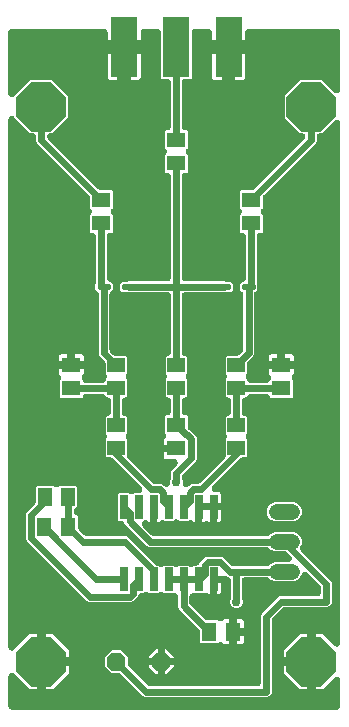
<source format=gbr>
G04 EAGLE Gerber RS-274X export*
G75*
%MOMM*%
%FSLAX34Y34*%
%LPD*%
%INTop Copper*%
%IPPOS*%
%AMOC8*
5,1,8,0,0,1.08239X$1,22.5*%
G01*
%ADD10R,1.300000X1.600000*%
%ADD11R,1.600000X1.300000*%
%ADD12C,0.260000*%
%ADD13R,0.660400X2.032000*%
%ADD14R,1.300000X1.500000*%
%ADD15R,1.500000X1.300000*%
%ADD16R,2.286000X5.080000*%
%ADD17P,4.508804X8X22.500000*%
%ADD18P,1.732040X8X22.500000*%
%ADD19C,1.320800*%
%ADD20C,0.609600*%
%ADD21C,1.006400*%
%ADD22C,0.756400*%

G36*
X288368Y213367D02*
X288368Y213367D01*
X288444Y213365D01*
X288613Y213387D01*
X288784Y213401D01*
X288858Y213419D01*
X288933Y213429D01*
X289097Y213478D01*
X289263Y213519D01*
X289332Y213549D01*
X289406Y213571D01*
X289559Y213647D01*
X289716Y213714D01*
X289780Y213755D01*
X289849Y213788D01*
X289988Y213887D01*
X290132Y213979D01*
X290189Y214030D01*
X290251Y214074D01*
X290372Y214194D01*
X290500Y214308D01*
X290548Y214367D01*
X290602Y214421D01*
X290703Y214559D01*
X290810Y214692D01*
X290847Y214758D01*
X290892Y214819D01*
X290969Y214972D01*
X291054Y215120D01*
X291080Y215192D01*
X291115Y215260D01*
X291166Y215423D01*
X291225Y215583D01*
X291240Y215658D01*
X291263Y215730D01*
X291275Y215835D01*
X291320Y216067D01*
X291327Y216303D01*
X291339Y216408D01*
X291339Y238234D01*
X291336Y238272D01*
X291338Y238310D01*
X291316Y238518D01*
X291299Y238726D01*
X291290Y238763D01*
X291286Y238801D01*
X291231Y239002D01*
X291181Y239205D01*
X291166Y239240D01*
X291155Y239277D01*
X291068Y239467D01*
X290986Y239658D01*
X290966Y239690D01*
X290950Y239725D01*
X290833Y239898D01*
X290721Y240074D01*
X290696Y240103D01*
X290674Y240134D01*
X290531Y240286D01*
X290392Y240442D01*
X290363Y240466D01*
X290337Y240494D01*
X290171Y240621D01*
X290008Y240752D01*
X289975Y240771D01*
X289945Y240794D01*
X289761Y240893D01*
X289580Y240996D01*
X289544Y241009D01*
X289510Y241027D01*
X289313Y241095D01*
X289117Y241168D01*
X289080Y241175D01*
X289044Y241187D01*
X288837Y241222D01*
X288633Y241262D01*
X288595Y241263D01*
X288557Y241270D01*
X288348Y241271D01*
X288140Y241278D01*
X288102Y241273D01*
X288064Y241273D01*
X287857Y241240D01*
X287651Y241213D01*
X287614Y241202D01*
X287577Y241196D01*
X287378Y241131D01*
X287179Y241071D01*
X287144Y241054D01*
X287108Y241042D01*
X286923Y240946D01*
X286735Y240854D01*
X286704Y240832D01*
X286670Y240814D01*
X286598Y240756D01*
X286333Y240568D01*
X286211Y240447D01*
X286137Y240389D01*
X276380Y230631D01*
X270700Y230631D01*
X270700Y253047D01*
X270695Y253103D01*
X270696Y253127D01*
X270694Y253141D01*
X270696Y253199D01*
X270674Y253369D01*
X270660Y253539D01*
X270641Y253613D01*
X270632Y253688D01*
X270582Y253852D01*
X270543Y254011D01*
X270586Y254128D01*
X270601Y254202D01*
X270623Y254275D01*
X270635Y254380D01*
X270681Y254612D01*
X270688Y254848D01*
X270700Y254953D01*
X270700Y277369D01*
X276380Y277369D01*
X286137Y267611D01*
X286166Y267586D01*
X286192Y267558D01*
X286354Y267427D01*
X286513Y267292D01*
X286546Y267272D01*
X286576Y267248D01*
X286756Y267145D01*
X286936Y267037D01*
X286971Y267023D01*
X287004Y267004D01*
X287200Y266931D01*
X287394Y266854D01*
X287431Y266846D01*
X287467Y266832D01*
X287672Y266792D01*
X287876Y266747D01*
X287914Y266745D01*
X287951Y266738D01*
X288159Y266731D01*
X288368Y266719D01*
X288406Y266724D01*
X288444Y266722D01*
X288651Y266750D01*
X288859Y266772D01*
X288895Y266782D01*
X288933Y266787D01*
X289133Y266847D01*
X289334Y266902D01*
X289369Y266918D01*
X289406Y266929D01*
X289593Y267021D01*
X289783Y267108D01*
X289815Y267129D01*
X289849Y267146D01*
X290018Y267267D01*
X290192Y267383D01*
X290220Y267410D01*
X290251Y267432D01*
X290399Y267578D01*
X290552Y267721D01*
X290575Y267752D01*
X290602Y267778D01*
X290725Y267947D01*
X290852Y268113D01*
X290870Y268146D01*
X290892Y268177D01*
X290986Y268363D01*
X291085Y268547D01*
X291098Y268584D01*
X291115Y268618D01*
X291177Y268816D01*
X291245Y269014D01*
X291251Y269052D01*
X291263Y269088D01*
X291273Y269180D01*
X291328Y269500D01*
X291329Y269672D01*
X291339Y269766D01*
X291339Y709571D01*
X291336Y709609D01*
X291338Y709647D01*
X291316Y709855D01*
X291299Y710063D01*
X291290Y710100D01*
X291286Y710138D01*
X291231Y710339D01*
X291181Y710542D01*
X291166Y710577D01*
X291155Y710613D01*
X291068Y710803D01*
X290986Y710995D01*
X290966Y711027D01*
X290950Y711062D01*
X290833Y711235D01*
X290721Y711411D01*
X290696Y711439D01*
X290674Y711471D01*
X290531Y711623D01*
X290392Y711779D01*
X290363Y711803D01*
X290337Y711831D01*
X290171Y711958D01*
X290008Y712089D01*
X289975Y712108D01*
X289945Y712131D01*
X289761Y712230D01*
X289580Y712333D01*
X289544Y712346D01*
X289510Y712364D01*
X289313Y712432D01*
X289117Y712504D01*
X289080Y712512D01*
X289044Y712524D01*
X288837Y712559D01*
X288633Y712599D01*
X288595Y712600D01*
X288557Y712607D01*
X288348Y712608D01*
X288140Y712614D01*
X288102Y712610D01*
X288064Y712610D01*
X287857Y712577D01*
X287651Y712550D01*
X287614Y712539D01*
X287577Y712533D01*
X287378Y712468D01*
X287179Y712408D01*
X287144Y712391D01*
X287108Y712379D01*
X286923Y712282D01*
X286735Y712191D01*
X286704Y712169D01*
X286670Y712151D01*
X286598Y712093D01*
X286333Y711905D01*
X286211Y711784D01*
X286137Y711726D01*
X275959Y701547D01*
X274320Y701547D01*
X274244Y701541D01*
X274168Y701543D01*
X273999Y701521D01*
X273828Y701507D01*
X273754Y701489D01*
X273679Y701479D01*
X273515Y701430D01*
X273349Y701389D01*
X273280Y701359D01*
X273206Y701337D01*
X273053Y701261D01*
X272896Y701194D01*
X272832Y701153D01*
X272763Y701120D01*
X272624Y701021D01*
X272480Y700929D01*
X272423Y700878D01*
X272361Y700834D01*
X272240Y700714D01*
X272112Y700600D01*
X272064Y700541D01*
X272010Y700487D01*
X271909Y700349D01*
X271802Y700216D01*
X271765Y700150D01*
X271720Y700089D01*
X271643Y699936D01*
X271558Y699788D01*
X271532Y699716D01*
X271497Y699648D01*
X271446Y699485D01*
X271387Y699325D01*
X271372Y699250D01*
X271349Y699178D01*
X271337Y699073D01*
X271292Y698841D01*
X271285Y698605D01*
X271273Y698500D01*
X271273Y694890D01*
X270577Y693210D01*
X226317Y648950D01*
X226243Y648863D01*
X226162Y648783D01*
X226084Y648676D01*
X225998Y648574D01*
X225939Y648477D01*
X225872Y648384D01*
X225812Y648266D01*
X225743Y648152D01*
X225701Y648046D01*
X225649Y647944D01*
X225609Y647817D01*
X225560Y647694D01*
X225535Y647583D01*
X225501Y647473D01*
X225491Y647380D01*
X225453Y647212D01*
X225435Y646888D01*
X225425Y646796D01*
X225425Y637868D01*
X224711Y637155D01*
X224662Y637097D01*
X224606Y637045D01*
X224502Y636909D01*
X224392Y636779D01*
X224352Y636713D01*
X224306Y636653D01*
X224225Y636503D01*
X224137Y636356D01*
X224109Y636286D01*
X224073Y636218D01*
X224017Y636057D01*
X223954Y635898D01*
X223937Y635824D01*
X223913Y635752D01*
X223884Y635583D01*
X223847Y635417D01*
X223843Y635340D01*
X223830Y635265D01*
X223829Y635095D01*
X223819Y634924D01*
X223828Y634848D01*
X223827Y634772D01*
X223854Y634603D01*
X223872Y634433D01*
X223892Y634360D01*
X223904Y634285D01*
X223957Y634122D01*
X224002Y633958D01*
X224034Y633889D01*
X224058Y633816D01*
X224137Y633664D01*
X224208Y633509D01*
X224251Y633446D01*
X224286Y633378D01*
X224351Y633296D01*
X224483Y633100D01*
X224645Y632928D01*
X224711Y632845D01*
X225425Y632132D01*
X225425Y617868D01*
X224532Y616975D01*
X223520Y616975D01*
X223444Y616969D01*
X223368Y616971D01*
X223199Y616949D01*
X223028Y616935D01*
X222954Y616917D01*
X222879Y616907D01*
X222715Y616858D01*
X222549Y616817D01*
X222480Y616787D01*
X222406Y616765D01*
X222253Y616689D01*
X222096Y616622D01*
X222032Y616581D01*
X221963Y616548D01*
X221824Y616449D01*
X221680Y616357D01*
X221623Y616306D01*
X221561Y616262D01*
X221440Y616142D01*
X221312Y616028D01*
X221264Y615969D01*
X221210Y615915D01*
X221109Y615777D01*
X221002Y615644D01*
X220965Y615578D01*
X220920Y615517D01*
X220843Y615364D01*
X220758Y615216D01*
X220732Y615144D01*
X220697Y615076D01*
X220646Y614913D01*
X220587Y614753D01*
X220572Y614678D01*
X220549Y614606D01*
X220537Y614501D01*
X220492Y614269D01*
X220485Y614033D01*
X220473Y613928D01*
X220473Y575584D01*
X220482Y575471D01*
X220481Y575356D01*
X220502Y575225D01*
X220513Y575093D01*
X220540Y574982D01*
X220558Y574869D01*
X220599Y574743D01*
X220631Y574614D01*
X220676Y574509D01*
X220712Y574400D01*
X220774Y574282D01*
X220825Y574163D01*
X220825Y569030D01*
X219065Y567270D01*
X218991Y567184D01*
X218910Y567103D01*
X218832Y566996D01*
X218746Y566895D01*
X218687Y566797D01*
X218620Y566704D01*
X218560Y566586D01*
X218491Y566472D01*
X218449Y566366D01*
X218397Y566264D01*
X218357Y566137D01*
X218308Y566014D01*
X218283Y565903D01*
X218249Y565793D01*
X218239Y565700D01*
X218201Y565532D01*
X218183Y565208D01*
X218173Y565116D01*
X218173Y514290D01*
X217477Y512610D01*
X213117Y508250D01*
X213043Y508163D01*
X212962Y508083D01*
X212884Y507976D01*
X212798Y507874D01*
X212739Y507777D01*
X212672Y507684D01*
X212612Y507566D01*
X212543Y507452D01*
X212501Y507346D01*
X212449Y507244D01*
X212409Y507117D01*
X212360Y506994D01*
X212335Y506883D01*
X212301Y506773D01*
X212291Y506680D01*
X212253Y506512D01*
X212235Y506188D01*
X212225Y506096D01*
X212225Y497668D01*
X212011Y497455D01*
X211962Y497397D01*
X211906Y497344D01*
X211802Y497209D01*
X211692Y497079D01*
X211652Y497013D01*
X211606Y496953D01*
X211525Y496803D01*
X211437Y496656D01*
X211409Y496585D01*
X211373Y496518D01*
X211317Y496357D01*
X211254Y496198D01*
X211237Y496124D01*
X211213Y496052D01*
X211184Y495883D01*
X211147Y495716D01*
X211143Y495640D01*
X211130Y495565D01*
X211129Y495394D01*
X211119Y495224D01*
X211128Y495148D01*
X211127Y495072D01*
X211154Y494903D01*
X211172Y494733D01*
X211192Y494660D01*
X211204Y494585D01*
X211257Y494422D01*
X211302Y494258D01*
X211334Y494188D01*
X211358Y494116D01*
X211437Y493965D01*
X211508Y493809D01*
X211551Y493746D01*
X211586Y493678D01*
X211651Y493596D01*
X211783Y493400D01*
X211945Y493227D01*
X212011Y493145D01*
X212225Y492932D01*
X212225Y492920D01*
X212231Y492844D01*
X212229Y492768D01*
X212251Y492599D01*
X212265Y492428D01*
X212283Y492354D01*
X212293Y492279D01*
X212342Y492115D01*
X212383Y491949D01*
X212413Y491880D01*
X212435Y491806D01*
X212511Y491653D01*
X212578Y491496D01*
X212619Y491432D01*
X212652Y491363D01*
X212751Y491224D01*
X212843Y491080D01*
X212894Y491023D01*
X212938Y490961D01*
X213058Y490840D01*
X213172Y490712D01*
X213231Y490664D01*
X213285Y490610D01*
X213423Y490509D01*
X213556Y490402D01*
X213622Y490365D01*
X213683Y490320D01*
X213836Y490243D01*
X213984Y490158D01*
X214056Y490132D01*
X214124Y490097D01*
X214287Y490046D01*
X214447Y489987D01*
X214522Y489972D01*
X214594Y489949D01*
X214699Y489937D01*
X214931Y489892D01*
X215167Y489885D01*
X215272Y489873D01*
X228728Y489873D01*
X228804Y489879D01*
X228880Y489877D01*
X229049Y489899D01*
X229220Y489913D01*
X229294Y489931D01*
X229369Y489941D01*
X229533Y489990D01*
X229699Y490031D01*
X229768Y490061D01*
X229842Y490083D01*
X229995Y490159D01*
X230152Y490226D01*
X230216Y490267D01*
X230285Y490300D01*
X230424Y490399D01*
X230568Y490491D01*
X230625Y490542D01*
X230687Y490586D01*
X230808Y490706D01*
X230936Y490820D01*
X230984Y490879D01*
X231038Y490933D01*
X231139Y491071D01*
X231246Y491204D01*
X231283Y491270D01*
X231328Y491331D01*
X231405Y491484D01*
X231490Y491632D01*
X231516Y491704D01*
X231551Y491772D01*
X231602Y491935D01*
X231661Y492095D01*
X231676Y492170D01*
X231699Y492242D01*
X231711Y492347D01*
X231716Y492372D01*
X231771Y492427D01*
X231820Y492485D01*
X231875Y492537D01*
X231979Y492673D01*
X232090Y492803D01*
X232129Y492868D01*
X232176Y492929D01*
X232256Y493079D01*
X232345Y493225D01*
X232373Y493296D01*
X232409Y493363D01*
X232464Y493525D01*
X232528Y493683D01*
X232544Y493758D01*
X232569Y493830D01*
X232597Y493998D01*
X232634Y494165D01*
X232639Y494241D01*
X232652Y494316D01*
X232653Y494487D01*
X232662Y494658D01*
X232654Y494734D01*
X232655Y494810D01*
X232628Y494978D01*
X232610Y495148D01*
X232590Y495222D01*
X232578Y495297D01*
X232525Y495459D01*
X232479Y495624D01*
X232447Y495693D01*
X232424Y495766D01*
X232345Y495917D01*
X232274Y496072D01*
X232231Y496136D01*
X232196Y496203D01*
X232130Y496285D01*
X231998Y496482D01*
X231836Y496654D01*
X231771Y496736D01*
X231267Y497240D01*
X230932Y497819D01*
X230759Y498465D01*
X230759Y502051D01*
X241098Y502051D01*
X241174Y502057D01*
X241250Y502055D01*
X241327Y502065D01*
X241397Y502063D01*
X241502Y502051D01*
X251841Y502051D01*
X251841Y498465D01*
X251668Y497819D01*
X251333Y497240D01*
X250829Y496736D01*
X250780Y496678D01*
X250725Y496626D01*
X250621Y496491D01*
X250510Y496360D01*
X250471Y496295D01*
X250424Y496235D01*
X250344Y496084D01*
X250255Y495938D01*
X250227Y495867D01*
X250191Y495800D01*
X250136Y495639D01*
X250072Y495480D01*
X250056Y495405D01*
X250031Y495333D01*
X250003Y495165D01*
X249966Y494998D01*
X249961Y494922D01*
X249948Y494847D01*
X249947Y494676D01*
X249938Y494506D01*
X249946Y494430D01*
X249945Y494354D01*
X249972Y494185D01*
X249990Y494015D01*
X250010Y493942D01*
X250022Y493866D01*
X250076Y493704D01*
X250121Y493539D01*
X250152Y493470D01*
X250176Y493398D01*
X250255Y493246D01*
X250326Y493091D01*
X250369Y493028D01*
X250404Y492960D01*
X250470Y492878D01*
X250602Y492682D01*
X250764Y492509D01*
X250825Y492433D01*
X250825Y478168D01*
X249932Y477275D01*
X232668Y477275D01*
X231723Y478220D01*
X231717Y478246D01*
X231707Y478321D01*
X231658Y478485D01*
X231617Y478651D01*
X231587Y478720D01*
X231565Y478794D01*
X231489Y478947D01*
X231422Y479104D01*
X231381Y479168D01*
X231348Y479237D01*
X231249Y479376D01*
X231157Y479520D01*
X231106Y479577D01*
X231062Y479639D01*
X230942Y479760D01*
X230828Y479888D01*
X230769Y479936D01*
X230715Y479990D01*
X230577Y480091D01*
X230444Y480198D01*
X230378Y480235D01*
X230317Y480280D01*
X230164Y480357D01*
X230016Y480442D01*
X229944Y480468D01*
X229876Y480503D01*
X229713Y480554D01*
X229553Y480613D01*
X229478Y480628D01*
X229406Y480651D01*
X229301Y480663D01*
X229069Y480708D01*
X228833Y480715D01*
X228728Y480727D01*
X215272Y480727D01*
X215196Y480721D01*
X215120Y480723D01*
X214951Y480701D01*
X214780Y480687D01*
X214706Y480669D01*
X214631Y480659D01*
X214467Y480610D01*
X214301Y480569D01*
X214232Y480539D01*
X214158Y480517D01*
X214005Y480441D01*
X213848Y480374D01*
X213784Y480333D01*
X213715Y480300D01*
X213576Y480201D01*
X213432Y480109D01*
X213375Y480058D01*
X213313Y480014D01*
X213192Y479894D01*
X213064Y479780D01*
X213016Y479721D01*
X212962Y479667D01*
X212861Y479529D01*
X212754Y479396D01*
X212717Y479330D01*
X212672Y479269D01*
X212595Y479116D01*
X212510Y478968D01*
X212502Y478946D01*
X211332Y477775D01*
X210820Y477775D01*
X210744Y477769D01*
X210668Y477771D01*
X210499Y477749D01*
X210328Y477735D01*
X210254Y477717D01*
X210179Y477707D01*
X210015Y477658D01*
X209849Y477617D01*
X209780Y477587D01*
X209706Y477565D01*
X209553Y477489D01*
X209396Y477422D01*
X209332Y477381D01*
X209263Y477348D01*
X209124Y477249D01*
X208980Y477157D01*
X208923Y477106D01*
X208861Y477062D01*
X208740Y476942D01*
X208612Y476828D01*
X208564Y476769D01*
X208510Y476715D01*
X208409Y476577D01*
X208302Y476444D01*
X208265Y476378D01*
X208220Y476317D01*
X208143Y476164D01*
X208058Y476016D01*
X208032Y475944D01*
X207997Y475876D01*
X207946Y475713D01*
X207887Y475553D01*
X207872Y475478D01*
X207849Y475406D01*
X207837Y475301D01*
X207792Y475069D01*
X207785Y474833D01*
X207773Y474728D01*
X207773Y465072D01*
X207779Y464996D01*
X207777Y464920D01*
X207799Y464751D01*
X207813Y464580D01*
X207831Y464506D01*
X207841Y464431D01*
X207890Y464267D01*
X207931Y464101D01*
X207961Y464032D01*
X207983Y463958D01*
X208059Y463805D01*
X208126Y463648D01*
X208167Y463584D01*
X208200Y463515D01*
X208299Y463376D01*
X208391Y463232D01*
X208442Y463175D01*
X208486Y463113D01*
X208606Y462992D01*
X208720Y462864D01*
X208779Y462816D01*
X208833Y462762D01*
X208971Y462661D01*
X209104Y462554D01*
X209170Y462517D01*
X209231Y462472D01*
X209384Y462395D01*
X209532Y462310D01*
X209604Y462284D01*
X209672Y462249D01*
X209835Y462198D01*
X209995Y462139D01*
X210070Y462124D01*
X210142Y462101D01*
X210247Y462089D01*
X210479Y462044D01*
X210715Y462037D01*
X210820Y462025D01*
X211332Y462025D01*
X212225Y461132D01*
X212225Y446868D01*
X212011Y446655D01*
X211962Y446597D01*
X211906Y446545D01*
X211802Y446409D01*
X211692Y446279D01*
X211652Y446214D01*
X211606Y446153D01*
X211525Y446003D01*
X211437Y445856D01*
X211409Y445785D01*
X211373Y445718D01*
X211317Y445557D01*
X211254Y445398D01*
X211237Y445324D01*
X211213Y445252D01*
X211184Y445083D01*
X211147Y444917D01*
X211143Y444840D01*
X211130Y444765D01*
X211129Y444595D01*
X211119Y444424D01*
X211128Y444348D01*
X211127Y444272D01*
X211154Y444103D01*
X211172Y443933D01*
X211192Y443860D01*
X211204Y443785D01*
X211257Y443622D01*
X211302Y443458D01*
X211334Y443389D01*
X211358Y443316D01*
X211437Y443164D01*
X211508Y443009D01*
X211551Y442946D01*
X211586Y442878D01*
X211651Y442796D01*
X211783Y442600D01*
X211945Y442428D01*
X212011Y442345D01*
X212225Y442132D01*
X212225Y427868D01*
X211332Y426975D01*
X208390Y426975D01*
X208277Y426966D01*
X208162Y426967D01*
X208031Y426946D01*
X207899Y426935D01*
X207788Y426908D01*
X207675Y426890D01*
X207549Y426849D01*
X207420Y426817D01*
X207315Y426772D01*
X207206Y426736D01*
X207088Y426674D01*
X206966Y426622D01*
X206870Y426561D01*
X206769Y426508D01*
X206695Y426449D01*
X206550Y426357D01*
X206308Y426141D01*
X206236Y426083D01*
X183120Y402967D01*
X183095Y402938D01*
X183066Y402912D01*
X182935Y402750D01*
X182800Y402591D01*
X182780Y402558D01*
X182756Y402528D01*
X182654Y402348D01*
X182545Y402168D01*
X182531Y402133D01*
X182512Y402100D01*
X182440Y401904D01*
X182362Y401710D01*
X182354Y401673D01*
X182341Y401637D01*
X182301Y401432D01*
X182256Y401228D01*
X182253Y401190D01*
X182246Y401153D01*
X182240Y400945D01*
X182228Y400736D01*
X182232Y400698D01*
X182231Y400660D01*
X182258Y400453D01*
X182280Y400245D01*
X182290Y400209D01*
X182295Y400171D01*
X182356Y399971D01*
X182411Y399770D01*
X182427Y399735D01*
X182438Y399698D01*
X182529Y399511D01*
X182617Y399321D01*
X182638Y399289D01*
X182655Y399255D01*
X182775Y399085D01*
X182892Y398912D01*
X182918Y398884D01*
X182940Y398853D01*
X183087Y398704D01*
X183230Y398552D01*
X183260Y398529D01*
X183287Y398502D01*
X183456Y398379D01*
X183621Y398252D01*
X183655Y398234D01*
X183686Y398212D01*
X183872Y398118D01*
X184056Y398019D01*
X184092Y398007D01*
X184126Y397989D01*
X184325Y397927D01*
X184523Y397859D01*
X184560Y397853D01*
X184597Y397841D01*
X184689Y397831D01*
X185009Y397776D01*
X185181Y397775D01*
X185274Y397765D01*
X187787Y397765D01*
X188433Y397592D01*
X189012Y397257D01*
X189485Y396784D01*
X189820Y396205D01*
X189993Y395559D01*
X189993Y388111D01*
X184150Y388111D01*
X171450Y388111D01*
X171374Y388105D01*
X171298Y388108D01*
X171129Y388085D01*
X170959Y388071D01*
X170885Y388053D01*
X170809Y388043D01*
X170645Y387994D01*
X170480Y387953D01*
X170410Y387923D01*
X170337Y387901D01*
X170183Y387826D01*
X170026Y387758D01*
X169962Y387717D01*
X169894Y387684D01*
X169754Y387585D01*
X169610Y387493D01*
X169554Y387442D01*
X169491Y387398D01*
X169370Y387278D01*
X169242Y387164D01*
X169194Y387105D01*
X169140Y387051D01*
X169039Y386913D01*
X168932Y386780D01*
X168894Y386714D01*
X168849Y386652D01*
X168773Y386500D01*
X168688Y386351D01*
X168661Y386280D01*
X168627Y386212D01*
X168576Y386049D01*
X168516Y385889D01*
X168502Y385814D01*
X168479Y385741D01*
X168467Y385637D01*
X168422Y385405D01*
X168414Y385169D01*
X168403Y385064D01*
X168403Y372363D01*
X167813Y372363D01*
X167167Y372536D01*
X166588Y372871D01*
X166536Y372922D01*
X166478Y372972D01*
X166426Y373027D01*
X166290Y373131D01*
X166160Y373242D01*
X166095Y373281D01*
X166035Y373328D01*
X165884Y373408D01*
X165738Y373497D01*
X165667Y373525D01*
X165600Y373561D01*
X165438Y373616D01*
X165280Y373680D01*
X165205Y373696D01*
X165133Y373721D01*
X164965Y373750D01*
X164798Y373786D01*
X164722Y373791D01*
X164647Y373804D01*
X164476Y373805D01*
X164306Y373814D01*
X164230Y373806D01*
X164153Y373807D01*
X163985Y373780D01*
X163815Y373762D01*
X163741Y373742D01*
X163666Y373730D01*
X163504Y373676D01*
X163339Y373631D01*
X163270Y373600D01*
X163198Y373576D01*
X163046Y373497D01*
X162891Y373426D01*
X162828Y373383D01*
X162820Y373379D01*
X154816Y373379D01*
X154555Y373641D01*
X154497Y373690D01*
X154444Y373746D01*
X154309Y373850D01*
X154179Y373960D01*
X154113Y374000D01*
X154053Y374046D01*
X153903Y374127D01*
X153756Y374215D01*
X153685Y374243D01*
X153618Y374279D01*
X153457Y374335D01*
X153298Y374398D01*
X153224Y374415D01*
X153152Y374439D01*
X152983Y374468D01*
X152816Y374505D01*
X152740Y374509D01*
X152665Y374522D01*
X152494Y374523D01*
X152324Y374533D01*
X152248Y374524D01*
X152172Y374525D01*
X152003Y374498D01*
X151833Y374480D01*
X151760Y374460D01*
X151685Y374448D01*
X151522Y374395D01*
X151358Y374350D01*
X151288Y374318D01*
X151216Y374294D01*
X151065Y374215D01*
X150909Y374144D01*
X150846Y374101D01*
X150778Y374066D01*
X150696Y374001D01*
X150500Y373869D01*
X150327Y373707D01*
X150245Y373641D01*
X149984Y373379D01*
X141975Y373379D01*
X141921Y373409D01*
X141775Y373497D01*
X141704Y373525D01*
X141637Y373561D01*
X141475Y373616D01*
X141317Y373680D01*
X141242Y373696D01*
X141170Y373721D01*
X141001Y373750D01*
X140835Y373786D01*
X140759Y373791D01*
X140684Y373804D01*
X140513Y373805D01*
X140342Y373814D01*
X140266Y373806D01*
X140190Y373807D01*
X140022Y373780D01*
X139852Y373762D01*
X139778Y373742D01*
X139703Y373730D01*
X139541Y373677D01*
X139376Y373631D01*
X139307Y373599D01*
X139234Y373576D01*
X139083Y373497D01*
X138928Y373426D01*
X138864Y373383D01*
X138797Y373348D01*
X138714Y373282D01*
X138518Y373150D01*
X138346Y372988D01*
X138264Y372922D01*
X138212Y372871D01*
X137633Y372536D01*
X136987Y372363D01*
X136397Y372363D01*
X136397Y385064D01*
X136391Y385140D01*
X136394Y385216D01*
X136371Y385385D01*
X136357Y385555D01*
X136339Y385629D01*
X136329Y385705D01*
X136280Y385869D01*
X136239Y386034D01*
X136209Y386104D01*
X136187Y386177D01*
X136112Y386331D01*
X136044Y386488D01*
X136003Y386552D01*
X135970Y386620D01*
X135871Y386760D01*
X135779Y386904D01*
X135728Y386960D01*
X135684Y387023D01*
X135564Y387144D01*
X135450Y387272D01*
X135391Y387319D01*
X135338Y387374D01*
X135199Y387474D01*
X135067Y387581D01*
X135000Y387619D01*
X134939Y387664D01*
X134786Y387741D01*
X134638Y387825D01*
X134566Y387852D01*
X134498Y387886D01*
X134336Y387938D01*
X134175Y387997D01*
X134101Y388012D01*
X134028Y388035D01*
X133923Y388046D01*
X133691Y388092D01*
X133455Y388099D01*
X133350Y388111D01*
X133274Y388105D01*
X133198Y388107D01*
X133028Y388085D01*
X132858Y388071D01*
X132784Y388053D01*
X132709Y388043D01*
X132545Y387993D01*
X132379Y387952D01*
X132309Y387922D01*
X132236Y387900D01*
X132083Y387825D01*
X131926Y387758D01*
X131862Y387717D01*
X131793Y387683D01*
X131654Y387584D01*
X131510Y387493D01*
X131453Y387442D01*
X131391Y387398D01*
X131269Y387278D01*
X131142Y387164D01*
X131094Y387105D01*
X131040Y387051D01*
X130939Y386913D01*
X130832Y386780D01*
X130794Y386714D01*
X130749Y386652D01*
X130673Y386500D01*
X130588Y386351D01*
X130561Y386280D01*
X130527Y386212D01*
X130476Y386049D01*
X130416Y385889D01*
X130402Y385814D01*
X130379Y385741D01*
X130367Y385637D01*
X130322Y385405D01*
X130314Y385169D01*
X130303Y385064D01*
X130303Y372363D01*
X129713Y372363D01*
X129067Y372536D01*
X128488Y372871D01*
X128436Y372922D01*
X128378Y372972D01*
X128326Y373027D01*
X128191Y373131D01*
X128060Y373242D01*
X127995Y373281D01*
X127935Y373328D01*
X127784Y373408D01*
X127638Y373497D01*
X127567Y373525D01*
X127500Y373561D01*
X127338Y373616D01*
X127180Y373680D01*
X127105Y373696D01*
X127033Y373721D01*
X126865Y373750D01*
X126698Y373786D01*
X126622Y373791D01*
X126547Y373804D01*
X126376Y373805D01*
X126206Y373814D01*
X126130Y373806D01*
X126054Y373807D01*
X125885Y373780D01*
X125715Y373762D01*
X125642Y373742D01*
X125566Y373730D01*
X125404Y373676D01*
X125239Y373631D01*
X125170Y373600D01*
X125098Y373576D01*
X124946Y373497D01*
X124791Y373426D01*
X124728Y373383D01*
X124660Y373348D01*
X124578Y373282D01*
X124382Y373150D01*
X124209Y372988D01*
X124127Y372923D01*
X123883Y372679D01*
X123834Y372621D01*
X123779Y372569D01*
X123675Y372433D01*
X123564Y372303D01*
X123525Y372238D01*
X123478Y372177D01*
X123398Y372027D01*
X123309Y371881D01*
X123281Y371810D01*
X123245Y371743D01*
X123190Y371581D01*
X123126Y371422D01*
X123110Y371348D01*
X123085Y371276D01*
X123056Y371107D01*
X123019Y370941D01*
X123015Y370865D01*
X123002Y370790D01*
X123001Y370619D01*
X122992Y370448D01*
X123000Y370373D01*
X122999Y370296D01*
X123026Y370127D01*
X123044Y369958D01*
X123064Y369884D01*
X123076Y369809D01*
X123129Y369647D01*
X123175Y369482D01*
X123206Y369413D01*
X123230Y369340D01*
X123309Y369189D01*
X123380Y369034D01*
X123423Y368970D01*
X123458Y368903D01*
X123524Y368820D01*
X123656Y368624D01*
X123818Y368452D01*
X123883Y368370D01*
X131188Y361065D01*
X131275Y360991D01*
X131355Y360910D01*
X131462Y360832D01*
X131564Y360746D01*
X131662Y360687D01*
X131754Y360620D01*
X131872Y360560D01*
X131986Y360491D01*
X132092Y360449D01*
X132194Y360397D01*
X132321Y360357D01*
X132444Y360308D01*
X132556Y360283D01*
X132665Y360249D01*
X132758Y360239D01*
X132926Y360201D01*
X133250Y360183D01*
X133343Y360173D01*
X229051Y360173D01*
X229164Y360182D01*
X229279Y360181D01*
X229410Y360202D01*
X229542Y360213D01*
X229653Y360240D01*
X229766Y360258D01*
X229892Y360299D01*
X230021Y360331D01*
X230126Y360376D01*
X230235Y360412D01*
X230353Y360474D01*
X230475Y360526D01*
X230571Y360587D01*
X230672Y360640D01*
X230746Y360699D01*
X230891Y360791D01*
X231133Y361007D01*
X231206Y361065D01*
X232631Y362491D01*
X235619Y363729D01*
X252061Y363729D01*
X255049Y362491D01*
X257335Y360205D01*
X258573Y357217D01*
X258573Y353983D01*
X257404Y351163D01*
X257338Y350956D01*
X257267Y350748D01*
X257262Y350720D01*
X257253Y350693D01*
X257221Y350478D01*
X257184Y350262D01*
X257184Y350233D01*
X257180Y350205D01*
X257182Y349987D01*
X257181Y349769D01*
X257185Y349740D01*
X257186Y349712D01*
X257224Y349497D01*
X257258Y349281D01*
X257267Y349254D01*
X257272Y349226D01*
X257344Y349020D01*
X257412Y348813D01*
X257425Y348787D01*
X257434Y348761D01*
X257539Y348569D01*
X257640Y348375D01*
X257654Y348357D01*
X257670Y348327D01*
X257973Y347938D01*
X258032Y347883D01*
X258065Y347842D01*
X283277Y322630D01*
X283973Y320950D01*
X283973Y303890D01*
X283277Y302210D01*
X281990Y300923D01*
X280310Y300227D01*
X244456Y300227D01*
X244343Y300218D01*
X244228Y300219D01*
X244097Y300198D01*
X243965Y300187D01*
X243854Y300160D01*
X243741Y300142D01*
X243615Y300101D01*
X243486Y300069D01*
X243381Y300024D01*
X243272Y299988D01*
X243154Y299926D01*
X243032Y299874D01*
X242936Y299813D01*
X242835Y299760D01*
X242761Y299701D01*
X242616Y299609D01*
X242374Y299393D01*
X242302Y299335D01*
X234065Y291098D01*
X233991Y291011D01*
X233910Y290931D01*
X233832Y290824D01*
X233746Y290722D01*
X233687Y290625D01*
X233620Y290532D01*
X233560Y290414D01*
X233491Y290300D01*
X233449Y290194D01*
X233397Y290092D01*
X233357Y289965D01*
X233308Y289842D01*
X233283Y289731D01*
X233249Y289621D01*
X233239Y289528D01*
X233201Y289360D01*
X233183Y289036D01*
X233173Y288944D01*
X233173Y227690D01*
X232477Y226010D01*
X231190Y224723D01*
X229510Y224027D01*
X126090Y224027D01*
X124410Y224723D01*
X105551Y243582D01*
X105464Y243656D01*
X105384Y243737D01*
X105277Y243815D01*
X105175Y243901D01*
X105078Y243960D01*
X104985Y244027D01*
X104867Y244087D01*
X104753Y244156D01*
X104647Y244198D01*
X104545Y244250D01*
X104418Y244290D01*
X104295Y244339D01*
X104184Y244364D01*
X104074Y244398D01*
X103981Y244408D01*
X103813Y244446D01*
X103489Y244464D01*
X103397Y244474D01*
X97654Y244474D01*
X92074Y250054D01*
X92074Y257946D01*
X97654Y263526D01*
X105546Y263526D01*
X111126Y257946D01*
X111126Y252203D01*
X111135Y252090D01*
X111134Y251975D01*
X111155Y251844D01*
X111166Y251712D01*
X111193Y251601D01*
X111211Y251488D01*
X111252Y251362D01*
X111284Y251233D01*
X111329Y251128D01*
X111365Y251019D01*
X111427Y250901D01*
X111479Y250779D01*
X111540Y250683D01*
X111593Y250582D01*
X111652Y250508D01*
X111744Y250363D01*
X111960Y250121D01*
X112018Y250049D01*
X128002Y234065D01*
X128089Y233991D01*
X128169Y233910D01*
X128276Y233832D01*
X128378Y233746D01*
X128475Y233687D01*
X128568Y233620D01*
X128686Y233560D01*
X128800Y233491D01*
X128906Y233449D01*
X129008Y233397D01*
X129135Y233357D01*
X129258Y233308D01*
X129369Y233283D01*
X129479Y233249D01*
X129572Y233239D01*
X129740Y233201D01*
X130064Y233183D01*
X130156Y233173D01*
X220980Y233173D01*
X221056Y233179D01*
X221132Y233177D01*
X221301Y233199D01*
X221472Y233213D01*
X221546Y233231D01*
X221621Y233241D01*
X221785Y233290D01*
X221951Y233331D01*
X222020Y233361D01*
X222094Y233383D01*
X222247Y233459D01*
X222404Y233526D01*
X222468Y233567D01*
X222537Y233600D01*
X222676Y233699D01*
X222820Y233791D01*
X222877Y233842D01*
X222939Y233886D01*
X223060Y234006D01*
X223188Y234120D01*
X223236Y234179D01*
X223290Y234233D01*
X223391Y234371D01*
X223498Y234504D01*
X223535Y234570D01*
X223580Y234631D01*
X223657Y234784D01*
X223742Y234932D01*
X223768Y235004D01*
X223803Y235072D01*
X223854Y235235D01*
X223913Y235395D01*
X223928Y235470D01*
X223951Y235542D01*
X223963Y235647D01*
X224008Y235879D01*
X224015Y236115D01*
X224027Y236220D01*
X224027Y293010D01*
X224723Y294690D01*
X238710Y308677D01*
X240390Y309373D01*
X271780Y309373D01*
X271856Y309379D01*
X271932Y309377D01*
X272101Y309399D01*
X272272Y309413D01*
X272346Y309431D01*
X272421Y309441D01*
X272585Y309490D01*
X272751Y309531D01*
X272820Y309561D01*
X272894Y309583D01*
X273047Y309659D01*
X273204Y309726D01*
X273268Y309767D01*
X273337Y309800D01*
X273476Y309899D01*
X273620Y309991D01*
X273677Y310042D01*
X273739Y310086D01*
X273860Y310206D01*
X273988Y310320D01*
X274036Y310379D01*
X274090Y310433D01*
X274191Y310571D01*
X274298Y310704D01*
X274335Y310770D01*
X274380Y310831D01*
X274457Y310984D01*
X274542Y311132D01*
X274568Y311204D01*
X274603Y311272D01*
X274654Y311435D01*
X274713Y311595D01*
X274728Y311670D01*
X274751Y311742D01*
X274763Y311847D01*
X274808Y312079D01*
X274815Y312315D01*
X274827Y312420D01*
X274827Y316884D01*
X274818Y316997D01*
X274819Y317112D01*
X274798Y317243D01*
X274787Y317375D01*
X274760Y317486D01*
X274742Y317599D01*
X274701Y317725D01*
X274669Y317854D01*
X274624Y317959D01*
X274588Y318068D01*
X274526Y318186D01*
X274474Y318308D01*
X274413Y318404D01*
X274360Y318505D01*
X274301Y318579D01*
X274209Y318724D01*
X274040Y318912D01*
X274031Y318926D01*
X274004Y318953D01*
X273993Y318966D01*
X273935Y319038D01*
X263501Y329472D01*
X263364Y329588D01*
X263232Y329711D01*
X263176Y329748D01*
X263125Y329791D01*
X262971Y329884D01*
X262820Y329984D01*
X262760Y330012D01*
X262703Y330046D01*
X262535Y330113D01*
X262371Y330187D01*
X262306Y330204D01*
X262245Y330229D01*
X262069Y330268D01*
X261894Y330315D01*
X261828Y330321D01*
X261763Y330336D01*
X261583Y330346D01*
X261403Y330364D01*
X261337Y330360D01*
X261271Y330363D01*
X261091Y330344D01*
X260911Y330333D01*
X260846Y330318D01*
X260780Y330311D01*
X260606Y330263D01*
X260430Y330223D01*
X260368Y330198D01*
X260304Y330181D01*
X260140Y330105D01*
X259973Y330037D01*
X259917Y330003D01*
X259856Y329975D01*
X259706Y329874D01*
X259552Y329780D01*
X259502Y329737D01*
X259447Y329699D01*
X259315Y329576D01*
X259178Y329458D01*
X259136Y329407D01*
X259087Y329362D01*
X258977Y329219D01*
X258861Y329080D01*
X258836Y329034D01*
X258787Y328970D01*
X258554Y328535D01*
X258543Y328504D01*
X258531Y328483D01*
X257335Y325595D01*
X255049Y323309D01*
X252061Y322071D01*
X235619Y322071D01*
X232631Y323309D01*
X231206Y324735D01*
X231118Y324809D01*
X231038Y324890D01*
X230931Y324968D01*
X230830Y325054D01*
X230732Y325113D01*
X230639Y325180D01*
X230521Y325240D01*
X230407Y325309D01*
X230301Y325351D01*
X230199Y325403D01*
X230072Y325443D01*
X229949Y325492D01*
X229838Y325517D01*
X229729Y325551D01*
X229635Y325561D01*
X229467Y325599D01*
X229143Y325617D01*
X229051Y325627D01*
X210820Y325627D01*
X210744Y325621D01*
X210668Y325623D01*
X210499Y325601D01*
X210328Y325587D01*
X210254Y325569D01*
X210179Y325559D01*
X210015Y325510D01*
X209849Y325469D01*
X209780Y325439D01*
X209706Y325417D01*
X209553Y325341D01*
X209396Y325274D01*
X209332Y325233D01*
X209263Y325200D01*
X209124Y325101D01*
X208980Y325009D01*
X208923Y324958D01*
X208861Y324914D01*
X208740Y324794D01*
X208612Y324680D01*
X208564Y324621D01*
X208510Y324567D01*
X208409Y324429D01*
X208302Y324296D01*
X208265Y324230D01*
X208220Y324169D01*
X208143Y324016D01*
X208058Y323868D01*
X208032Y323796D01*
X207997Y323728D01*
X207946Y323565D01*
X207887Y323405D01*
X207872Y323330D01*
X207849Y323258D01*
X207837Y323153D01*
X207792Y322921D01*
X207785Y322685D01*
X207773Y322580D01*
X207773Y308234D01*
X207774Y308224D01*
X207773Y308214D01*
X207794Y307978D01*
X207813Y307742D01*
X207815Y307733D01*
X207816Y307723D01*
X207827Y307685D01*
X207931Y307263D01*
X207983Y307143D01*
X208005Y307068D01*
X208507Y305856D01*
X208507Y303744D01*
X207699Y301794D01*
X206206Y300301D01*
X204256Y299493D01*
X202144Y299493D01*
X200194Y300301D01*
X198701Y301794D01*
X197893Y303744D01*
X197893Y305856D01*
X198395Y307068D01*
X198398Y307077D01*
X198403Y307086D01*
X198474Y307311D01*
X198547Y307537D01*
X198548Y307547D01*
X198551Y307556D01*
X198555Y307596D01*
X198620Y308025D01*
X198618Y308156D01*
X198627Y308234D01*
X198627Y322737D01*
X198610Y322954D01*
X198596Y323172D01*
X198590Y323200D01*
X198587Y323228D01*
X198535Y323440D01*
X198486Y323653D01*
X198475Y323680D01*
X198469Y323707D01*
X198383Y323908D01*
X198300Y324110D01*
X198285Y324134D01*
X198274Y324161D01*
X198157Y324344D01*
X198043Y324531D01*
X198024Y324553D01*
X198009Y324577D01*
X197864Y324739D01*
X197721Y324905D01*
X197699Y324923D01*
X197680Y324944D01*
X197510Y325082D01*
X197343Y325222D01*
X197323Y325233D01*
X197296Y325254D01*
X196868Y325498D01*
X196792Y325526D01*
X196746Y325552D01*
X194752Y326378D01*
X194575Y326478D01*
X194397Y326586D01*
X194361Y326600D01*
X194328Y326619D01*
X194132Y326692D01*
X193939Y326769D01*
X193901Y326778D01*
X193865Y326791D01*
X193661Y326831D01*
X193457Y326876D01*
X193419Y326878D01*
X193381Y326886D01*
X193173Y326892D01*
X192964Y326904D01*
X192926Y326900D01*
X192888Y326901D01*
X192682Y326874D01*
X192474Y326852D01*
X192437Y326842D01*
X192399Y326837D01*
X192199Y326776D01*
X191998Y326721D01*
X191963Y326705D01*
X191926Y326694D01*
X191823Y326643D01*
X184150Y326643D01*
X184074Y326637D01*
X183998Y326640D01*
X183829Y326617D01*
X183659Y326603D01*
X183585Y326585D01*
X183509Y326575D01*
X183345Y326526D01*
X183180Y326485D01*
X183110Y326455D01*
X183037Y326433D01*
X182883Y326358D01*
X182726Y326290D01*
X182662Y326249D01*
X182594Y326216D01*
X182454Y326117D01*
X182310Y326025D01*
X182254Y325974D01*
X182191Y325930D01*
X182070Y325810D01*
X181942Y325696D01*
X181894Y325637D01*
X181840Y325583D01*
X181739Y325445D01*
X181632Y325312D01*
X181594Y325246D01*
X181549Y325184D01*
X181473Y325032D01*
X181388Y324883D01*
X181361Y324812D01*
X181327Y324744D01*
X181276Y324581D01*
X181216Y324421D01*
X181202Y324346D01*
X181179Y324273D01*
X181167Y324169D01*
X181122Y323937D01*
X181114Y323701D01*
X181103Y323596D01*
X181103Y310895D01*
X180513Y310895D01*
X179867Y311068D01*
X179288Y311403D01*
X179236Y311454D01*
X179178Y311504D01*
X179126Y311559D01*
X178990Y311663D01*
X178860Y311774D01*
X178795Y311813D01*
X178735Y311860D01*
X178584Y311940D01*
X178438Y312029D01*
X178367Y312057D01*
X178300Y312093D01*
X178138Y312148D01*
X177980Y312212D01*
X177905Y312228D01*
X177833Y312253D01*
X177665Y312282D01*
X177498Y312318D01*
X177422Y312323D01*
X177347Y312336D01*
X177176Y312337D01*
X177006Y312346D01*
X176930Y312338D01*
X176853Y312339D01*
X176685Y312312D01*
X176515Y312294D01*
X176441Y312274D01*
X176366Y312262D01*
X176204Y312208D01*
X176039Y312163D01*
X175970Y312132D01*
X175898Y312108D01*
X175746Y312029D01*
X175591Y311958D01*
X175528Y311915D01*
X175520Y311911D01*
X166370Y311911D01*
X166294Y311905D01*
X166218Y311907D01*
X166049Y311885D01*
X165878Y311871D01*
X165804Y311853D01*
X165729Y311843D01*
X165565Y311794D01*
X165399Y311753D01*
X165330Y311723D01*
X165256Y311701D01*
X165103Y311625D01*
X164946Y311558D01*
X164882Y311517D01*
X164813Y311484D01*
X164674Y311385D01*
X164530Y311293D01*
X164473Y311242D01*
X164411Y311198D01*
X164290Y311078D01*
X164162Y310964D01*
X164114Y310905D01*
X164060Y310851D01*
X163959Y310713D01*
X163852Y310580D01*
X163815Y310514D01*
X163770Y310453D01*
X163693Y310300D01*
X163608Y310152D01*
X163582Y310080D01*
X163547Y310012D01*
X163496Y309849D01*
X163437Y309689D01*
X163422Y309614D01*
X163399Y309542D01*
X163387Y309437D01*
X163342Y309205D01*
X163335Y308969D01*
X163323Y308864D01*
X163323Y304306D01*
X163332Y304193D01*
X163331Y304078D01*
X163352Y303947D01*
X163363Y303815D01*
X163390Y303704D01*
X163408Y303591D01*
X163449Y303465D01*
X163481Y303336D01*
X163526Y303231D01*
X163562Y303122D01*
X163624Y303004D01*
X163676Y302882D01*
X163737Y302786D01*
X163790Y302685D01*
X163849Y302611D01*
X163941Y302466D01*
X164157Y302224D01*
X164215Y302152D01*
X176550Y289817D01*
X176637Y289743D01*
X176717Y289662D01*
X176824Y289584D01*
X176926Y289498D01*
X177023Y289439D01*
X177116Y289372D01*
X177234Y289312D01*
X177348Y289243D01*
X177454Y289201D01*
X177556Y289149D01*
X177683Y289109D01*
X177806Y289060D01*
X177917Y289035D01*
X178027Y289001D01*
X178120Y288991D01*
X178288Y288953D01*
X178612Y288935D01*
X178704Y288925D01*
X187632Y288925D01*
X187685Y288880D01*
X187737Y288825D01*
X187873Y288721D01*
X188003Y288610D01*
X188068Y288571D01*
X188128Y288524D01*
X188279Y288444D01*
X188425Y288355D01*
X188496Y288327D01*
X188563Y288291D01*
X188725Y288236D01*
X188883Y288172D01*
X188958Y288156D01*
X189030Y288131D01*
X189199Y288102D01*
X189365Y288066D01*
X189441Y288061D01*
X189516Y288049D01*
X189687Y288047D01*
X189858Y288038D01*
X189933Y288046D01*
X190010Y288045D01*
X190179Y288072D01*
X190348Y288090D01*
X190422Y288110D01*
X190497Y288122D01*
X190659Y288176D01*
X190824Y288221D01*
X190893Y288253D01*
X190966Y288276D01*
X191117Y288355D01*
X191272Y288426D01*
X191336Y288469D01*
X191403Y288504D01*
X191485Y288570D01*
X191682Y288702D01*
X191854Y288864D01*
X191936Y288929D01*
X192440Y289433D01*
X193019Y289768D01*
X193665Y289941D01*
X197251Y289941D01*
X197251Y279602D01*
X197257Y279526D01*
X197255Y279450D01*
X197265Y279373D01*
X197263Y279303D01*
X197251Y279198D01*
X197251Y268859D01*
X193665Y268859D01*
X193019Y269032D01*
X192440Y269367D01*
X191936Y269871D01*
X191878Y269920D01*
X191826Y269975D01*
X191691Y270079D01*
X191560Y270190D01*
X191495Y270229D01*
X191435Y270276D01*
X191284Y270356D01*
X191138Y270445D01*
X191067Y270473D01*
X191000Y270509D01*
X190838Y270564D01*
X190680Y270628D01*
X190606Y270644D01*
X190533Y270669D01*
X190365Y270698D01*
X190198Y270734D01*
X190122Y270739D01*
X190047Y270751D01*
X189876Y270753D01*
X189706Y270762D01*
X189630Y270754D01*
X189554Y270755D01*
X189385Y270728D01*
X189215Y270710D01*
X189142Y270690D01*
X189066Y270678D01*
X188904Y270624D01*
X188739Y270579D01*
X188670Y270547D01*
X188598Y270524D01*
X188446Y270445D01*
X188291Y270374D01*
X188228Y270331D01*
X188160Y270296D01*
X188078Y270230D01*
X187882Y270098D01*
X187709Y269936D01*
X187633Y269875D01*
X173368Y269875D01*
X172475Y270768D01*
X172475Y279696D01*
X172466Y279809D01*
X172467Y279924D01*
X172446Y280055D01*
X172435Y280187D01*
X172408Y280298D01*
X172390Y280411D01*
X172349Y280537D01*
X172317Y280666D01*
X172272Y280771D01*
X172236Y280880D01*
X172174Y280998D01*
X172122Y281120D01*
X172061Y281216D01*
X172008Y281317D01*
X171949Y281391D01*
X171857Y281536D01*
X171641Y281778D01*
X171583Y281850D01*
X154873Y298560D01*
X154177Y300240D01*
X154177Y308864D01*
X154171Y308940D01*
X154173Y309016D01*
X154151Y309185D01*
X154137Y309356D01*
X154119Y309430D01*
X154109Y309505D01*
X154060Y309669D01*
X154019Y309835D01*
X153989Y309904D01*
X153967Y309978D01*
X153891Y310131D01*
X153824Y310288D01*
X153783Y310352D01*
X153750Y310421D01*
X153651Y310560D01*
X153559Y310704D01*
X153508Y310761D01*
X153464Y310823D01*
X153344Y310944D01*
X153230Y311072D01*
X153171Y311120D01*
X153117Y311174D01*
X152979Y311275D01*
X152846Y311382D01*
X152780Y311419D01*
X152719Y311464D01*
X152566Y311541D01*
X152418Y311626D01*
X152346Y311652D01*
X152278Y311687D01*
X152115Y311738D01*
X151955Y311797D01*
X151880Y311812D01*
X151808Y311835D01*
X151703Y311847D01*
X151471Y311892D01*
X151235Y311899D01*
X151130Y311911D01*
X142116Y311911D01*
X141855Y312173D01*
X141797Y312222D01*
X141744Y312278D01*
X141609Y312382D01*
X141479Y312492D01*
X141413Y312532D01*
X141353Y312578D01*
X141203Y312659D01*
X141056Y312747D01*
X140985Y312775D01*
X140918Y312811D01*
X140757Y312867D01*
X140598Y312930D01*
X140524Y312947D01*
X140452Y312971D01*
X140283Y313000D01*
X140116Y313037D01*
X140040Y313041D01*
X139965Y313054D01*
X139794Y313055D01*
X139624Y313065D01*
X139548Y313056D01*
X139472Y313057D01*
X139303Y313030D01*
X139133Y313012D01*
X139060Y312992D01*
X138985Y312980D01*
X138822Y312927D01*
X138658Y312882D01*
X138588Y312850D01*
X138516Y312826D01*
X138365Y312747D01*
X138209Y312676D01*
X138146Y312633D01*
X138078Y312598D01*
X137996Y312533D01*
X137800Y312401D01*
X137627Y312239D01*
X137545Y312173D01*
X137284Y311911D01*
X129416Y311911D01*
X129155Y312173D01*
X129097Y312222D01*
X129044Y312278D01*
X128909Y312382D01*
X128779Y312492D01*
X128713Y312532D01*
X128653Y312578D01*
X128503Y312659D01*
X128356Y312747D01*
X128285Y312775D01*
X128218Y312811D01*
X128057Y312867D01*
X127898Y312930D01*
X127824Y312947D01*
X127752Y312971D01*
X127583Y313000D01*
X127416Y313037D01*
X127340Y313041D01*
X127265Y313054D01*
X127094Y313055D01*
X126924Y313065D01*
X126848Y313056D01*
X126772Y313057D01*
X126603Y313030D01*
X126433Y313012D01*
X126360Y312992D01*
X126285Y312980D01*
X126122Y312927D01*
X125958Y312882D01*
X125888Y312850D01*
X125816Y312826D01*
X125665Y312747D01*
X125509Y312676D01*
X125446Y312633D01*
X125378Y312598D01*
X125296Y312533D01*
X125100Y312401D01*
X124927Y312239D01*
X124845Y312173D01*
X124584Y311911D01*
X122962Y311911D01*
X122745Y311894D01*
X122527Y311880D01*
X122499Y311874D01*
X122471Y311871D01*
X122259Y311819D01*
X122046Y311770D01*
X122020Y311759D01*
X121992Y311753D01*
X121791Y311666D01*
X121589Y311584D01*
X121565Y311569D01*
X121539Y311558D01*
X121354Y311441D01*
X121168Y311327D01*
X121146Y311308D01*
X121122Y311293D01*
X120960Y311148D01*
X120794Y311005D01*
X120776Y310983D01*
X120755Y310964D01*
X120618Y310795D01*
X120477Y310627D01*
X120466Y310606D01*
X120445Y310580D01*
X120201Y310152D01*
X120173Y310076D01*
X120147Y310030D01*
X119701Y308952D01*
X115736Y304987D01*
X114055Y304291D01*
X78361Y304291D01*
X76680Y304987D01*
X25851Y355816D01*
X25155Y357497D01*
X25155Y379103D01*
X25851Y380784D01*
X32383Y387315D01*
X32457Y387402D01*
X32538Y387483D01*
X32616Y387590D01*
X32702Y387691D01*
X32761Y387789D01*
X32828Y387881D01*
X32888Y388000D01*
X32957Y388114D01*
X32999Y388220D01*
X33051Y388322D01*
X33091Y388449D01*
X33140Y388572D01*
X33165Y388683D01*
X33199Y388792D01*
X33209Y388886D01*
X33247Y389054D01*
X33265Y389378D01*
X33275Y389470D01*
X33275Y401832D01*
X34168Y402725D01*
X48432Y402725D01*
X48645Y402511D01*
X48703Y402462D01*
X48755Y402406D01*
X48891Y402302D01*
X49021Y402192D01*
X49086Y402152D01*
X49147Y402106D01*
X49297Y402025D01*
X49444Y401937D01*
X49515Y401909D01*
X49582Y401873D01*
X49743Y401817D01*
X49902Y401754D01*
X49976Y401737D01*
X50048Y401713D01*
X50217Y401684D01*
X50383Y401647D01*
X50460Y401643D01*
X50535Y401630D01*
X50705Y401629D01*
X50876Y401619D01*
X50952Y401628D01*
X51028Y401627D01*
X51197Y401654D01*
X51367Y401672D01*
X51440Y401692D01*
X51515Y401704D01*
X51678Y401757D01*
X51842Y401802D01*
X51911Y401834D01*
X51984Y401858D01*
X52136Y401937D01*
X52291Y402008D01*
X52354Y402051D01*
X52422Y402086D01*
X52504Y402151D01*
X52700Y402283D01*
X52872Y402445D01*
X52955Y402511D01*
X53168Y402725D01*
X67432Y402725D01*
X68325Y401832D01*
X68325Y385568D01*
X67140Y384384D01*
X66996Y384322D01*
X66932Y384281D01*
X66863Y384248D01*
X66724Y384149D01*
X66580Y384057D01*
X66523Y384006D01*
X66461Y383962D01*
X66340Y383842D01*
X66212Y383728D01*
X66164Y383669D01*
X66110Y383615D01*
X66009Y383477D01*
X65902Y383344D01*
X65865Y383278D01*
X65820Y383217D01*
X65743Y383064D01*
X65658Y382916D01*
X65632Y382844D01*
X65597Y382776D01*
X65546Y382613D01*
X65487Y382453D01*
X65472Y382378D01*
X65449Y382306D01*
X65437Y382201D01*
X65392Y381969D01*
X65385Y381733D01*
X65373Y381628D01*
X65373Y380872D01*
X65377Y380820D01*
X65377Y380807D01*
X65379Y380791D01*
X65377Y380720D01*
X65399Y380551D01*
X65413Y380380D01*
X65431Y380306D01*
X65441Y380231D01*
X65490Y380067D01*
X65531Y379901D01*
X65561Y379832D01*
X65583Y379758D01*
X65659Y379605D01*
X65726Y379448D01*
X65767Y379384D01*
X65800Y379315D01*
X65899Y379176D01*
X65991Y379032D01*
X66042Y378975D01*
X66086Y378913D01*
X66206Y378792D01*
X66320Y378664D01*
X66379Y378616D01*
X66433Y378562D01*
X66571Y378461D01*
X66704Y378354D01*
X66770Y378317D01*
X66831Y378272D01*
X66984Y378195D01*
X67132Y378110D01*
X67204Y378084D01*
X67272Y378049D01*
X67435Y377998D01*
X67595Y377939D01*
X67670Y377924D01*
X67742Y377901D01*
X67847Y377889D01*
X67872Y377884D01*
X68825Y376932D01*
X68825Y368004D01*
X68834Y367891D01*
X68833Y367776D01*
X68854Y367645D01*
X68865Y367513D01*
X68892Y367402D01*
X68910Y367289D01*
X68951Y367163D01*
X68983Y367034D01*
X69028Y366929D01*
X69064Y366820D01*
X69126Y366702D01*
X69178Y366580D01*
X69239Y366484D01*
X69292Y366383D01*
X69351Y366309D01*
X69443Y366164D01*
X69659Y365922D01*
X69717Y365850D01*
X74502Y361065D01*
X74589Y360991D01*
X74669Y360910D01*
X74776Y360832D01*
X74878Y360746D01*
X74975Y360687D01*
X75068Y360620D01*
X75186Y360560D01*
X75300Y360491D01*
X75406Y360449D01*
X75508Y360397D01*
X75635Y360357D01*
X75758Y360308D01*
X75869Y360283D01*
X75979Y360249D01*
X76072Y360239D01*
X76240Y360201D01*
X76564Y360183D01*
X76656Y360173D01*
X109483Y360173D01*
X111164Y359477D01*
X134467Y336173D01*
X134554Y336099D01*
X134635Y336018D01*
X134742Y335940D01*
X134843Y335854D01*
X134941Y335795D01*
X135033Y335728D01*
X135152Y335668D01*
X135266Y335599D01*
X135372Y335557D01*
X135474Y335505D01*
X135601Y335465D01*
X135724Y335416D01*
X135835Y335391D01*
X135944Y335357D01*
X136038Y335347D01*
X136206Y335309D01*
X136530Y335291D01*
X136622Y335281D01*
X137284Y335281D01*
X137545Y335019D01*
X137603Y334970D01*
X137655Y334914D01*
X137791Y334810D01*
X137921Y334700D01*
X137986Y334660D01*
X138047Y334614D01*
X138197Y334533D01*
X138344Y334445D01*
X138415Y334417D01*
X138482Y334381D01*
X138643Y334325D01*
X138802Y334262D01*
X138876Y334245D01*
X138948Y334221D01*
X139117Y334192D01*
X139283Y334155D01*
X139360Y334151D01*
X139435Y334138D01*
X139605Y334137D01*
X139776Y334127D01*
X139852Y334136D01*
X139928Y334135D01*
X140097Y334162D01*
X140267Y334180D01*
X140340Y334200D01*
X140415Y334212D01*
X140578Y334265D01*
X140742Y334310D01*
X140811Y334342D01*
X140884Y334366D01*
X141036Y334445D01*
X141191Y334516D01*
X141254Y334559D01*
X141322Y334594D01*
X141404Y334659D01*
X141600Y334791D01*
X141772Y334953D01*
X141855Y335019D01*
X142116Y335281D01*
X149984Y335281D01*
X150245Y335019D01*
X150303Y334970D01*
X150355Y334914D01*
X150491Y334810D01*
X150621Y334700D01*
X150686Y334660D01*
X150747Y334614D01*
X150897Y334533D01*
X151044Y334445D01*
X151115Y334417D01*
X151182Y334381D01*
X151343Y334325D01*
X151502Y334262D01*
X151576Y334245D01*
X151648Y334221D01*
X151817Y334192D01*
X151983Y334155D01*
X152060Y334151D01*
X152135Y334138D01*
X152305Y334137D01*
X152476Y334127D01*
X152552Y334136D01*
X152628Y334135D01*
X152797Y334162D01*
X152967Y334180D01*
X153040Y334200D01*
X153115Y334212D01*
X153278Y334265D01*
X153442Y334310D01*
X153511Y334342D01*
X153584Y334366D01*
X153736Y334445D01*
X153891Y334516D01*
X153954Y334559D01*
X154022Y334594D01*
X154104Y334659D01*
X154300Y334791D01*
X154472Y334953D01*
X154555Y335019D01*
X154816Y335281D01*
X162684Y335281D01*
X162945Y335019D01*
X163003Y334970D01*
X163055Y334914D01*
X163191Y334810D01*
X163321Y334700D01*
X163386Y334660D01*
X163447Y334614D01*
X163597Y334533D01*
X163744Y334445D01*
X163815Y334417D01*
X163882Y334381D01*
X164043Y334325D01*
X164202Y334262D01*
X164276Y334245D01*
X164348Y334221D01*
X164517Y334192D01*
X164683Y334155D01*
X164760Y334151D01*
X164835Y334138D01*
X165005Y334137D01*
X165176Y334127D01*
X165252Y334136D01*
X165328Y334135D01*
X165497Y334162D01*
X165667Y334180D01*
X165740Y334200D01*
X165815Y334212D01*
X165978Y334265D01*
X166142Y334310D01*
X166211Y334342D01*
X166284Y334366D01*
X166436Y334445D01*
X166591Y334516D01*
X166654Y334559D01*
X166722Y334594D01*
X166804Y334659D01*
X167000Y334791D01*
X167172Y334953D01*
X167255Y335019D01*
X167516Y335281D01*
X169138Y335281D01*
X169355Y335298D01*
X169573Y335312D01*
X169601Y335318D01*
X169629Y335321D01*
X169841Y335373D01*
X170054Y335422D01*
X170080Y335433D01*
X170108Y335439D01*
X170309Y335526D01*
X170511Y335608D01*
X170535Y335623D01*
X170561Y335634D01*
X170746Y335751D01*
X170932Y335865D01*
X170954Y335884D01*
X170978Y335899D01*
X171140Y336044D01*
X171306Y336187D01*
X171324Y336209D01*
X171345Y336228D01*
X171482Y336397D01*
X171623Y336565D01*
X171634Y336586D01*
X171655Y336612D01*
X171899Y337040D01*
X171927Y337116D01*
X171953Y337162D01*
X172399Y338240D01*
X176364Y342205D01*
X178045Y342901D01*
X190255Y342901D01*
X191936Y342205D01*
X198475Y335665D01*
X198562Y335591D01*
X198643Y335510D01*
X198750Y335432D01*
X198851Y335346D01*
X198949Y335287D01*
X199041Y335220D01*
X199160Y335160D01*
X199274Y335091D01*
X199380Y335049D01*
X199482Y334997D01*
X199609Y334957D01*
X199732Y334908D01*
X199843Y334883D01*
X199952Y334849D01*
X200046Y334839D01*
X200214Y334801D01*
X200538Y334783D01*
X200630Y334773D01*
X229051Y334773D01*
X229164Y334782D01*
X229279Y334781D01*
X229410Y334802D01*
X229542Y334813D01*
X229653Y334840D01*
X229766Y334858D01*
X229892Y334899D01*
X230021Y334931D01*
X230126Y334976D01*
X230235Y335012D01*
X230353Y335074D01*
X230475Y335126D01*
X230571Y335187D01*
X230672Y335240D01*
X230746Y335299D01*
X230891Y335391D01*
X231133Y335607D01*
X231206Y335665D01*
X232631Y337091D01*
X235619Y338329D01*
X247288Y338329D01*
X247326Y338332D01*
X247364Y338330D01*
X247572Y338352D01*
X247779Y338369D01*
X247816Y338378D01*
X247854Y338382D01*
X248056Y338437D01*
X248258Y338487D01*
X248293Y338502D01*
X248330Y338513D01*
X248520Y338600D01*
X248712Y338682D01*
X248744Y338702D01*
X248778Y338718D01*
X248952Y338835D01*
X249128Y338947D01*
X249156Y338972D01*
X249188Y338994D01*
X249340Y339137D01*
X249496Y339276D01*
X249520Y339305D01*
X249547Y339331D01*
X249675Y339498D01*
X249806Y339660D01*
X249824Y339692D01*
X249848Y339723D01*
X249947Y339907D01*
X250050Y340088D01*
X250063Y340124D01*
X250081Y340158D01*
X250148Y340355D01*
X250221Y340551D01*
X250228Y340588D01*
X250241Y340624D01*
X250276Y340831D01*
X250316Y341035D01*
X250317Y341073D01*
X250323Y341111D01*
X250325Y341320D01*
X250331Y341528D01*
X250326Y341566D01*
X250326Y341604D01*
X250294Y341811D01*
X250267Y342017D01*
X250256Y342054D01*
X250250Y342091D01*
X250185Y342290D01*
X250124Y342489D01*
X250107Y342524D01*
X250096Y342560D01*
X249999Y342745D01*
X249907Y342933D01*
X249885Y342964D01*
X249868Y342998D01*
X249810Y343070D01*
X249622Y343335D01*
X249501Y343457D01*
X249442Y343531D01*
X246394Y346579D01*
X246310Y346651D01*
X246259Y346702D01*
X246257Y346703D01*
X246227Y346734D01*
X246120Y346812D01*
X246018Y346898D01*
X245921Y346957D01*
X245828Y347024D01*
X245710Y347084D01*
X245596Y347153D01*
X245490Y347195D01*
X245388Y347247D01*
X245261Y347287D01*
X245138Y347336D01*
X245026Y347361D01*
X244917Y347395D01*
X244824Y347405D01*
X244656Y347443D01*
X244332Y347461D01*
X244240Y347471D01*
X235619Y347471D01*
X232631Y348709D01*
X231206Y350135D01*
X231118Y350209D01*
X231038Y350290D01*
X230931Y350368D01*
X230830Y350454D01*
X230732Y350513D01*
X230639Y350580D01*
X230521Y350640D01*
X230407Y350709D01*
X230301Y350751D01*
X230199Y350803D01*
X230072Y350843D01*
X229949Y350892D01*
X229838Y350917D01*
X229729Y350951D01*
X229635Y350961D01*
X229467Y350999D01*
X229143Y351017D01*
X229051Y351027D01*
X129277Y351027D01*
X127596Y351723D01*
X108899Y370420D01*
X108453Y371498D01*
X108353Y371693D01*
X108257Y371889D01*
X108241Y371912D01*
X108228Y371937D01*
X108098Y372113D01*
X107972Y372291D01*
X107952Y372311D01*
X107935Y372334D01*
X107778Y372487D01*
X107625Y372642D01*
X107602Y372659D01*
X107582Y372679D01*
X107402Y372804D01*
X107226Y372932D01*
X107201Y372945D01*
X107178Y372961D01*
X106980Y373056D01*
X106786Y373155D01*
X106759Y373163D01*
X106733Y373176D01*
X106523Y373237D01*
X106315Y373303D01*
X106292Y373306D01*
X106260Y373315D01*
X105770Y373376D01*
X105690Y373373D01*
X105638Y373379D01*
X104016Y373379D01*
X103123Y374272D01*
X103123Y395856D01*
X104016Y396749D01*
X111884Y396749D01*
X112145Y396487D01*
X112203Y396438D01*
X112255Y396382D01*
X112391Y396278D01*
X112521Y396168D01*
X112586Y396128D01*
X112647Y396082D01*
X112797Y396001D01*
X112944Y395913D01*
X113015Y395885D01*
X113082Y395849D01*
X113243Y395793D01*
X113402Y395730D01*
X113476Y395713D01*
X113548Y395689D01*
X113717Y395660D01*
X113883Y395623D01*
X113960Y395619D01*
X114035Y395606D01*
X114205Y395605D01*
X114376Y395595D01*
X114452Y395604D01*
X114528Y395603D01*
X114697Y395630D01*
X114867Y395648D01*
X114940Y395668D01*
X115015Y395680D01*
X115178Y395733D01*
X115342Y395778D01*
X115411Y395810D01*
X115484Y395834D01*
X115636Y395913D01*
X115791Y395984D01*
X115854Y396027D01*
X115922Y396062D01*
X116004Y396127D01*
X116200Y396259D01*
X116372Y396421D01*
X116455Y396487D01*
X116716Y396749D01*
X120542Y396749D01*
X120580Y396752D01*
X120618Y396750D01*
X120826Y396772D01*
X121033Y396789D01*
X121071Y396798D01*
X121108Y396802D01*
X121310Y396857D01*
X121512Y396907D01*
X121547Y396922D01*
X121584Y396933D01*
X121774Y397020D01*
X121966Y397102D01*
X121998Y397122D01*
X122032Y397138D01*
X122206Y397255D01*
X122382Y397367D01*
X122410Y397392D01*
X122442Y397414D01*
X122594Y397557D01*
X122750Y397696D01*
X122774Y397725D01*
X122801Y397751D01*
X122929Y397917D01*
X123060Y398080D01*
X123078Y398113D01*
X123102Y398143D01*
X123200Y398327D01*
X123304Y398508D01*
X123317Y398544D01*
X123335Y398578D01*
X123403Y398775D01*
X123475Y398971D01*
X123482Y399008D01*
X123495Y399044D01*
X123530Y399251D01*
X123570Y399455D01*
X123571Y399493D01*
X123577Y399531D01*
X123579Y399740D01*
X123585Y399948D01*
X123580Y399986D01*
X123580Y400024D01*
X123548Y400231D01*
X123521Y400437D01*
X123510Y400474D01*
X123504Y400511D01*
X123439Y400710D01*
X123378Y400909D01*
X123361Y400944D01*
X123350Y400980D01*
X123253Y401165D01*
X123161Y401353D01*
X123139Y401384D01*
X123122Y401418D01*
X123064Y401490D01*
X122876Y401755D01*
X122755Y401877D01*
X122696Y401951D01*
X98564Y426083D01*
X98477Y426157D01*
X98397Y426238D01*
X98290Y426316D01*
X98188Y426402D01*
X98091Y426461D01*
X97998Y426528D01*
X97880Y426588D01*
X97766Y426657D01*
X97660Y426699D01*
X97558Y426751D01*
X97431Y426791D01*
X97308Y426840D01*
X97197Y426865D01*
X97087Y426899D01*
X96994Y426909D01*
X96826Y426947D01*
X96502Y426965D01*
X96410Y426975D01*
X93468Y426975D01*
X92575Y427868D01*
X92575Y442132D01*
X92789Y442345D01*
X92838Y442403D01*
X92894Y442455D01*
X92998Y442591D01*
X93108Y442721D01*
X93148Y442786D01*
X93194Y442847D01*
X93275Y442997D01*
X93363Y443144D01*
X93391Y443215D01*
X93427Y443282D01*
X93483Y443443D01*
X93546Y443602D01*
X93563Y443676D01*
X93587Y443748D01*
X93616Y443917D01*
X93653Y444083D01*
X93657Y444160D01*
X93670Y444235D01*
X93671Y444405D01*
X93681Y444576D01*
X93672Y444652D01*
X93673Y444728D01*
X93646Y444897D01*
X93628Y445067D01*
X93608Y445140D01*
X93596Y445215D01*
X93543Y445378D01*
X93498Y445542D01*
X93466Y445611D01*
X93442Y445684D01*
X93363Y445836D01*
X93292Y445991D01*
X93249Y446054D01*
X93214Y446122D01*
X93149Y446204D01*
X93017Y446400D01*
X92855Y446572D01*
X92789Y446655D01*
X92575Y446868D01*
X92575Y461132D01*
X93468Y462025D01*
X93980Y462025D01*
X94056Y462031D01*
X94132Y462029D01*
X94301Y462051D01*
X94472Y462065D01*
X94546Y462083D01*
X94621Y462093D01*
X94785Y462142D01*
X94951Y462183D01*
X95020Y462213D01*
X95094Y462235D01*
X95247Y462311D01*
X95404Y462378D01*
X95468Y462419D01*
X95537Y462452D01*
X95676Y462551D01*
X95820Y462643D01*
X95877Y462694D01*
X95939Y462738D01*
X96060Y462858D01*
X96188Y462972D01*
X96236Y463031D01*
X96290Y463085D01*
X96391Y463223D01*
X96498Y463356D01*
X96535Y463422D01*
X96580Y463483D01*
X96657Y463636D01*
X96742Y463784D01*
X96768Y463856D01*
X96803Y463924D01*
X96854Y464087D01*
X96913Y464247D01*
X96928Y464322D01*
X96951Y464394D01*
X96963Y464499D01*
X97008Y464731D01*
X97015Y464967D01*
X97027Y465072D01*
X97027Y474728D01*
X97021Y474804D01*
X97023Y474880D01*
X97001Y475049D01*
X96987Y475220D01*
X96969Y475294D01*
X96959Y475369D01*
X96910Y475533D01*
X96869Y475699D01*
X96839Y475768D01*
X96817Y475842D01*
X96741Y475995D01*
X96674Y476152D01*
X96633Y476216D01*
X96600Y476285D01*
X96501Y476424D01*
X96409Y476568D01*
X96358Y476625D01*
X96314Y476687D01*
X96194Y476808D01*
X96080Y476936D01*
X96021Y476984D01*
X95967Y477038D01*
X95829Y477139D01*
X95696Y477246D01*
X95630Y477283D01*
X95569Y477328D01*
X95416Y477405D01*
X95268Y477490D01*
X95196Y477516D01*
X95128Y477551D01*
X94965Y477602D01*
X94805Y477661D01*
X94730Y477676D01*
X94658Y477699D01*
X94553Y477711D01*
X94321Y477756D01*
X94085Y477763D01*
X93980Y477775D01*
X93468Y477775D01*
X92284Y478960D01*
X92222Y479104D01*
X92181Y479168D01*
X92148Y479237D01*
X92049Y479376D01*
X91957Y479520D01*
X91906Y479577D01*
X91862Y479639D01*
X91742Y479760D01*
X91628Y479888D01*
X91569Y479936D01*
X91515Y479990D01*
X91377Y480091D01*
X91244Y480198D01*
X91178Y480235D01*
X91117Y480280D01*
X90964Y480357D01*
X90816Y480442D01*
X90744Y480468D01*
X90676Y480503D01*
X90513Y480554D01*
X90353Y480613D01*
X90278Y480628D01*
X90206Y480651D01*
X90101Y480663D01*
X89869Y480708D01*
X89633Y480715D01*
X89528Y480727D01*
X76072Y480727D01*
X75996Y480721D01*
X75920Y480723D01*
X75751Y480701D01*
X75580Y480687D01*
X75506Y480669D01*
X75431Y480659D01*
X75267Y480610D01*
X75101Y480569D01*
X75032Y480539D01*
X74958Y480517D01*
X74805Y480441D01*
X74648Y480374D01*
X74584Y480333D01*
X74515Y480300D01*
X74376Y480201D01*
X74232Y480109D01*
X74175Y480058D01*
X74113Y480014D01*
X73992Y479894D01*
X73864Y479780D01*
X73816Y479721D01*
X73762Y479667D01*
X73661Y479529D01*
X73554Y479396D01*
X73517Y479330D01*
X73472Y479269D01*
X73395Y479116D01*
X73310Y478968D01*
X73284Y478896D01*
X73249Y478828D01*
X73198Y478665D01*
X73139Y478505D01*
X73124Y478430D01*
X73101Y478358D01*
X73089Y478253D01*
X73084Y478228D01*
X72132Y477275D01*
X54868Y477275D01*
X53975Y478168D01*
X53975Y492432D01*
X54020Y492485D01*
X54075Y492537D01*
X54179Y492673D01*
X54290Y492803D01*
X54329Y492868D01*
X54376Y492929D01*
X54456Y493079D01*
X54545Y493225D01*
X54573Y493296D01*
X54609Y493363D01*
X54664Y493525D01*
X54728Y493683D01*
X54744Y493758D01*
X54769Y493830D01*
X54797Y493998D01*
X54834Y494165D01*
X54839Y494241D01*
X54852Y494316D01*
X54853Y494487D01*
X54862Y494658D01*
X54854Y494734D01*
X54855Y494810D01*
X54828Y494978D01*
X54810Y495148D01*
X54790Y495222D01*
X54778Y495297D01*
X54725Y495459D01*
X54679Y495624D01*
X54647Y495693D01*
X54624Y495766D01*
X54545Y495917D01*
X54474Y496072D01*
X54431Y496136D01*
X54396Y496203D01*
X54330Y496285D01*
X54198Y496482D01*
X54036Y496654D01*
X53971Y496736D01*
X53467Y497240D01*
X53132Y497819D01*
X52959Y498465D01*
X52959Y502051D01*
X63298Y502051D01*
X63374Y502057D01*
X63450Y502055D01*
X63527Y502065D01*
X63597Y502063D01*
X63702Y502051D01*
X74041Y502051D01*
X74041Y498465D01*
X73868Y497819D01*
X73533Y497240D01*
X73029Y496736D01*
X72980Y496678D01*
X72925Y496626D01*
X72821Y496491D01*
X72710Y496360D01*
X72671Y496295D01*
X72624Y496235D01*
X72544Y496084D01*
X72455Y495938D01*
X72427Y495867D01*
X72391Y495800D01*
X72336Y495639D01*
X72272Y495480D01*
X72256Y495405D01*
X72231Y495333D01*
X72203Y495165D01*
X72166Y494998D01*
X72161Y494922D01*
X72148Y494847D01*
X72147Y494676D01*
X72138Y494506D01*
X72146Y494430D01*
X72145Y494354D01*
X72172Y494185D01*
X72190Y494015D01*
X72210Y493942D01*
X72222Y493866D01*
X72276Y493704D01*
X72321Y493539D01*
X72352Y493470D01*
X72376Y493398D01*
X72455Y493246D01*
X72526Y493091D01*
X72569Y493028D01*
X72604Y492960D01*
X72670Y492878D01*
X72802Y492682D01*
X72964Y492509D01*
X73029Y492427D01*
X73077Y492380D01*
X73083Y492354D01*
X73093Y492279D01*
X73142Y492115D01*
X73183Y491949D01*
X73213Y491880D01*
X73235Y491806D01*
X73311Y491653D01*
X73378Y491496D01*
X73419Y491432D01*
X73452Y491363D01*
X73551Y491224D01*
X73643Y491080D01*
X73694Y491023D01*
X73738Y490961D01*
X73858Y490840D01*
X73972Y490712D01*
X74031Y490664D01*
X74085Y490610D01*
X74223Y490509D01*
X74356Y490402D01*
X74422Y490365D01*
X74483Y490320D01*
X74636Y490243D01*
X74784Y490158D01*
X74856Y490132D01*
X74924Y490097D01*
X75087Y490046D01*
X75247Y489987D01*
X75322Y489972D01*
X75394Y489949D01*
X75499Y489937D01*
X75731Y489892D01*
X75967Y489885D01*
X76072Y489873D01*
X89528Y489873D01*
X89604Y489879D01*
X89680Y489877D01*
X89849Y489899D01*
X90020Y489913D01*
X90094Y489931D01*
X90169Y489941D01*
X90333Y489990D01*
X90499Y490031D01*
X90568Y490061D01*
X90642Y490083D01*
X90795Y490159D01*
X90952Y490226D01*
X91016Y490267D01*
X91085Y490300D01*
X91224Y490399D01*
X91368Y490491D01*
X91425Y490542D01*
X91487Y490586D01*
X91608Y490706D01*
X91736Y490820D01*
X91784Y490879D01*
X91838Y490933D01*
X91939Y491071D01*
X92046Y491204D01*
X92083Y491270D01*
X92128Y491331D01*
X92205Y491484D01*
X92290Y491632D01*
X92316Y491704D01*
X92351Y491772D01*
X92402Y491935D01*
X92461Y492095D01*
X92476Y492170D01*
X92499Y492242D01*
X92511Y492347D01*
X92556Y492579D01*
X92563Y492815D01*
X92575Y492920D01*
X92575Y492932D01*
X92789Y493145D01*
X92838Y493203D01*
X92894Y493255D01*
X92998Y493391D01*
X93108Y493521D01*
X93148Y493586D01*
X93194Y493647D01*
X93275Y493797D01*
X93363Y493944D01*
X93391Y494015D01*
X93427Y494082D01*
X93483Y494243D01*
X93546Y494402D01*
X93563Y494476D01*
X93587Y494548D01*
X93616Y494717D01*
X93653Y494883D01*
X93657Y494960D01*
X93670Y495035D01*
X93671Y495205D01*
X93681Y495376D01*
X93672Y495452D01*
X93673Y495528D01*
X93646Y495697D01*
X93628Y495867D01*
X93608Y495940D01*
X93596Y496015D01*
X93543Y496178D01*
X93498Y496342D01*
X93466Y496411D01*
X93442Y496484D01*
X93363Y496636D01*
X93292Y496791D01*
X93249Y496854D01*
X93214Y496922D01*
X93149Y497004D01*
X93017Y497200D01*
X92855Y497372D01*
X92789Y497455D01*
X92575Y497668D01*
X92575Y506096D01*
X92566Y506209D01*
X92567Y506324D01*
X92546Y506455D01*
X92535Y506587D01*
X92508Y506698D01*
X92490Y506811D01*
X92449Y506937D01*
X92417Y507066D01*
X92372Y507171D01*
X92336Y507280D01*
X92274Y507398D01*
X92222Y507520D01*
X92161Y507616D01*
X92108Y507717D01*
X92049Y507791D01*
X91957Y507936D01*
X91741Y508178D01*
X91683Y508250D01*
X87323Y512610D01*
X86627Y514290D01*
X86627Y565116D01*
X86618Y565229D01*
X86619Y565344D01*
X86598Y565475D01*
X86587Y565607D01*
X86560Y565718D01*
X86542Y565831D01*
X86501Y565957D01*
X86469Y566086D01*
X86424Y566191D01*
X86388Y566300D01*
X86326Y566418D01*
X86274Y566540D01*
X86213Y566636D01*
X86160Y566737D01*
X86101Y566811D01*
X86009Y566956D01*
X85793Y567198D01*
X85735Y567271D01*
X83975Y569030D01*
X83975Y574172D01*
X84009Y574228D01*
X84051Y574334D01*
X84103Y574436D01*
X84143Y574563D01*
X84192Y574686D01*
X84217Y574797D01*
X84251Y574906D01*
X84261Y575000D01*
X84299Y575168D01*
X84317Y575492D01*
X84327Y575584D01*
X84327Y613928D01*
X84321Y614004D01*
X84323Y614080D01*
X84301Y614249D01*
X84287Y614420D01*
X84269Y614494D01*
X84259Y614569D01*
X84210Y614733D01*
X84169Y614899D01*
X84139Y614968D01*
X84117Y615042D01*
X84041Y615195D01*
X83974Y615352D01*
X83933Y615416D01*
X83900Y615485D01*
X83801Y615624D01*
X83709Y615768D01*
X83658Y615825D01*
X83614Y615887D01*
X83494Y616008D01*
X83380Y616136D01*
X83321Y616184D01*
X83267Y616238D01*
X83129Y616339D01*
X82996Y616446D01*
X82930Y616483D01*
X82869Y616528D01*
X82716Y616605D01*
X82568Y616690D01*
X82496Y616716D01*
X82428Y616751D01*
X82265Y616802D01*
X82105Y616861D01*
X82030Y616876D01*
X81958Y616899D01*
X81853Y616911D01*
X81621Y616956D01*
X81385Y616963D01*
X81280Y616975D01*
X80268Y616975D01*
X79375Y617868D01*
X79375Y632132D01*
X80089Y632845D01*
X80138Y632903D01*
X80194Y632956D01*
X80298Y633091D01*
X80408Y633221D01*
X80448Y633287D01*
X80494Y633347D01*
X80575Y633497D01*
X80663Y633644D01*
X80691Y633715D01*
X80727Y633782D01*
X80783Y633943D01*
X80846Y634102D01*
X80863Y634176D01*
X80887Y634248D01*
X80916Y634417D01*
X80953Y634584D01*
X80957Y634660D01*
X80970Y634735D01*
X80971Y634906D01*
X80981Y635076D01*
X80972Y635152D01*
X80973Y635228D01*
X80946Y635397D01*
X80928Y635567D01*
X80908Y635640D01*
X80896Y635715D01*
X80843Y635878D01*
X80798Y636042D01*
X80766Y636112D01*
X80742Y636184D01*
X80663Y636336D01*
X80592Y636491D01*
X80549Y636554D01*
X80514Y636622D01*
X80449Y636704D01*
X80317Y636900D01*
X80155Y637072D01*
X80089Y637155D01*
X79375Y637868D01*
X79375Y646796D01*
X79366Y646909D01*
X79367Y647024D01*
X79346Y647155D01*
X79335Y647287D01*
X79308Y647398D01*
X79290Y647511D01*
X79249Y647637D01*
X79217Y647766D01*
X79172Y647871D01*
X79136Y647980D01*
X79074Y648098D01*
X79022Y648220D01*
X78961Y648316D01*
X78908Y648417D01*
X78849Y648491D01*
X78757Y648636D01*
X78541Y648878D01*
X78483Y648950D01*
X34223Y693210D01*
X33527Y694890D01*
X33527Y698500D01*
X33521Y698576D01*
X33523Y698652D01*
X33501Y698821D01*
X33487Y698992D01*
X33469Y699066D01*
X33459Y699141D01*
X33410Y699305D01*
X33369Y699471D01*
X33339Y699540D01*
X33317Y699614D01*
X33241Y699767D01*
X33174Y699924D01*
X33133Y699988D01*
X33100Y700057D01*
X33001Y700196D01*
X32909Y700340D01*
X32858Y700397D01*
X32814Y700459D01*
X32694Y700580D01*
X32580Y700708D01*
X32521Y700756D01*
X32467Y700810D01*
X32329Y700911D01*
X32196Y701018D01*
X32130Y701055D01*
X32069Y701100D01*
X31916Y701177D01*
X31768Y701262D01*
X31696Y701288D01*
X31628Y701323D01*
X31465Y701374D01*
X31305Y701433D01*
X31230Y701448D01*
X31158Y701471D01*
X31053Y701483D01*
X30821Y701528D01*
X30585Y701535D01*
X30480Y701547D01*
X28841Y701547D01*
X15363Y715026D01*
X15334Y715050D01*
X15308Y715079D01*
X15146Y715210D01*
X14987Y715345D01*
X14954Y715365D01*
X14924Y715389D01*
X14744Y715492D01*
X14564Y715600D01*
X14529Y715614D01*
X14496Y715633D01*
X14300Y715706D01*
X14106Y715783D01*
X14069Y715791D01*
X14033Y715804D01*
X13828Y715845D01*
X13624Y715890D01*
X13586Y715892D01*
X13549Y715899D01*
X13341Y715906D01*
X13132Y715917D01*
X13094Y715913D01*
X13056Y715914D01*
X12849Y715887D01*
X12641Y715865D01*
X12605Y715855D01*
X12567Y715850D01*
X12367Y715790D01*
X12166Y715734D01*
X12131Y715719D01*
X12094Y715708D01*
X11907Y715616D01*
X11717Y715529D01*
X11685Y715507D01*
X11651Y715491D01*
X11482Y715370D01*
X11308Y715253D01*
X11280Y715227D01*
X11249Y715205D01*
X11101Y715059D01*
X10948Y714916D01*
X10925Y714885D01*
X10898Y714859D01*
X10775Y714690D01*
X10648Y714524D01*
X10630Y714491D01*
X10608Y714460D01*
X10514Y714274D01*
X10415Y714089D01*
X10402Y714053D01*
X10385Y714019D01*
X10323Y713821D01*
X10255Y713623D01*
X10249Y713585D01*
X10237Y713549D01*
X10227Y713456D01*
X10172Y713136D01*
X10171Y712964D01*
X10161Y712871D01*
X10161Y266466D01*
X10164Y266428D01*
X10162Y266390D01*
X10184Y266182D01*
X10201Y265974D01*
X10210Y265937D01*
X10214Y265899D01*
X10269Y265698D01*
X10319Y265495D01*
X10334Y265460D01*
X10345Y265423D01*
X10432Y265233D01*
X10514Y265042D01*
X10534Y265010D01*
X10550Y264975D01*
X10667Y264802D01*
X10779Y264626D01*
X10804Y264597D01*
X10826Y264566D01*
X10969Y264414D01*
X11108Y264258D01*
X11137Y264234D01*
X11163Y264206D01*
X11329Y264079D01*
X11492Y263948D01*
X11525Y263929D01*
X11555Y263906D01*
X11739Y263807D01*
X11920Y263704D01*
X11956Y263691D01*
X11990Y263673D01*
X12187Y263605D01*
X12383Y263532D01*
X12420Y263525D01*
X12456Y263513D01*
X12663Y263478D01*
X12867Y263438D01*
X12905Y263437D01*
X12943Y263430D01*
X13152Y263429D01*
X13360Y263422D01*
X13398Y263427D01*
X13436Y263427D01*
X13643Y263460D01*
X13849Y263487D01*
X13886Y263498D01*
X13923Y263504D01*
X14122Y263569D01*
X14321Y263629D01*
X14356Y263646D01*
X14392Y263658D01*
X14577Y263754D01*
X14765Y263846D01*
X14796Y263868D01*
X14830Y263886D01*
X14902Y263944D01*
X15167Y264132D01*
X15289Y264253D01*
X15363Y264311D01*
X28420Y277369D01*
X34100Y277369D01*
X34100Y254953D01*
X34106Y254877D01*
X34104Y254801D01*
X34126Y254631D01*
X34140Y254461D01*
X34158Y254387D01*
X34168Y254312D01*
X34218Y254148D01*
X34257Y253989D01*
X34214Y253872D01*
X34199Y253798D01*
X34177Y253725D01*
X34165Y253620D01*
X34119Y253388D01*
X34112Y253152D01*
X34100Y253047D01*
X34100Y230631D01*
X28420Y230631D01*
X15363Y243689D01*
X15334Y243714D01*
X15308Y243742D01*
X15146Y243873D01*
X14987Y244008D01*
X14954Y244028D01*
X14924Y244052D01*
X14744Y244155D01*
X14564Y244263D01*
X14529Y244277D01*
X14496Y244296D01*
X14300Y244369D01*
X14106Y244446D01*
X14069Y244454D01*
X14033Y244468D01*
X13828Y244508D01*
X13624Y244553D01*
X13586Y244555D01*
X13549Y244562D01*
X13341Y244569D01*
X13132Y244581D01*
X13094Y244576D01*
X13056Y244578D01*
X12849Y244550D01*
X12641Y244528D01*
X12605Y244518D01*
X12567Y244513D01*
X12367Y244453D01*
X12166Y244398D01*
X12131Y244382D01*
X12094Y244371D01*
X11907Y244279D01*
X11717Y244192D01*
X11685Y244171D01*
X11651Y244154D01*
X11482Y244033D01*
X11308Y243917D01*
X11280Y243890D01*
X11249Y243868D01*
X11101Y243722D01*
X10948Y243579D01*
X10925Y243548D01*
X10898Y243522D01*
X10775Y243353D01*
X10648Y243187D01*
X10630Y243154D01*
X10608Y243123D01*
X10514Y242937D01*
X10415Y242753D01*
X10402Y242716D01*
X10385Y242682D01*
X10323Y242484D01*
X10255Y242286D01*
X10249Y242248D01*
X10237Y242212D01*
X10227Y242120D01*
X10172Y241800D01*
X10171Y241628D01*
X10161Y241534D01*
X10161Y216408D01*
X10167Y216332D01*
X10165Y216256D01*
X10187Y216087D01*
X10201Y215916D01*
X10219Y215842D01*
X10229Y215767D01*
X10278Y215603D01*
X10319Y215437D01*
X10349Y215368D01*
X10371Y215294D01*
X10447Y215141D01*
X10514Y214984D01*
X10555Y214920D01*
X10588Y214851D01*
X10687Y214712D01*
X10779Y214568D01*
X10830Y214511D01*
X10874Y214449D01*
X10994Y214328D01*
X11108Y214200D01*
X11167Y214152D01*
X11221Y214098D01*
X11359Y213997D01*
X11492Y213890D01*
X11558Y213853D01*
X11619Y213808D01*
X11772Y213731D01*
X11920Y213646D01*
X11992Y213620D01*
X12060Y213585D01*
X12223Y213534D01*
X12383Y213475D01*
X12458Y213460D01*
X12530Y213437D01*
X12635Y213425D01*
X12867Y213380D01*
X13103Y213373D01*
X13208Y213361D01*
X288292Y213361D01*
X288368Y213367D01*
G37*
G36*
X144160Y402030D02*
X144160Y402030D01*
X144198Y402029D01*
X144404Y402056D01*
X144613Y402078D01*
X144649Y402088D01*
X144687Y402093D01*
X144887Y402153D01*
X145088Y402209D01*
X145123Y402224D01*
X145160Y402236D01*
X145347Y402327D01*
X145537Y402414D01*
X145568Y402436D01*
X145603Y402452D01*
X145773Y402573D01*
X145946Y402690D01*
X145974Y402716D01*
X146005Y402738D01*
X146153Y402885D01*
X146306Y403028D01*
X146329Y403058D01*
X146356Y403085D01*
X146479Y403253D01*
X146606Y403419D01*
X146624Y403453D01*
X146646Y403483D01*
X146740Y403669D01*
X146839Y403854D01*
X146851Y403890D01*
X146869Y403924D01*
X146932Y404123D01*
X146999Y404320D01*
X147005Y404358D01*
X147017Y404394D01*
X147027Y404487D01*
X147082Y404807D01*
X147083Y404979D01*
X147093Y405072D01*
X147093Y407456D01*
X147595Y408668D01*
X147598Y408677D01*
X147603Y408686D01*
X147675Y408913D01*
X147747Y409137D01*
X147748Y409147D01*
X147751Y409156D01*
X147755Y409196D01*
X147820Y409625D01*
X147818Y409756D01*
X147827Y409834D01*
X147827Y414444D01*
X148523Y416124D01*
X152656Y420257D01*
X152681Y420286D01*
X152709Y420312D01*
X152840Y420474D01*
X152976Y420633D01*
X152995Y420666D01*
X153019Y420696D01*
X153123Y420877D01*
X153230Y421056D01*
X153244Y421091D01*
X153263Y421124D01*
X153336Y421320D01*
X153413Y421514D01*
X153422Y421551D01*
X153435Y421587D01*
X153475Y421792D01*
X153520Y421996D01*
X153522Y422034D01*
X153530Y422071D01*
X153536Y422279D01*
X153548Y422488D01*
X153544Y422526D01*
X153545Y422564D01*
X153518Y422771D01*
X153496Y422979D01*
X153486Y423015D01*
X153481Y423053D01*
X153420Y423253D01*
X153365Y423454D01*
X153349Y423489D01*
X153338Y423526D01*
X153246Y423713D01*
X153159Y423903D01*
X153138Y423935D01*
X153121Y423969D01*
X153001Y424138D01*
X152884Y424312D01*
X152858Y424340D01*
X152836Y424371D01*
X152689Y424519D01*
X152546Y424672D01*
X152516Y424695D01*
X152489Y424722D01*
X152320Y424845D01*
X152155Y424972D01*
X152121Y424990D01*
X152090Y425012D01*
X151904Y425106D01*
X151720Y425205D01*
X151684Y425218D01*
X151650Y425235D01*
X151451Y425297D01*
X151253Y425365D01*
X151216Y425371D01*
X151179Y425383D01*
X151087Y425393D01*
X150767Y425448D01*
X150595Y425449D01*
X150502Y425459D01*
X144065Y425459D01*
X143419Y425632D01*
X142840Y425967D01*
X142367Y426440D01*
X142032Y427019D01*
X141859Y427665D01*
X141859Y431251D01*
X152198Y431251D01*
X152274Y431257D01*
X152350Y431255D01*
X152519Y431277D01*
X152690Y431291D01*
X152763Y431309D01*
X152839Y431319D01*
X153003Y431368D01*
X153168Y431409D01*
X153238Y431439D01*
X153311Y431461D01*
X153465Y431537D01*
X153622Y431604D01*
X153686Y431645D01*
X153754Y431678D01*
X153894Y431777D01*
X154038Y431869D01*
X154095Y431920D01*
X154157Y431964D01*
X154278Y432084D01*
X154406Y432198D01*
X154454Y432257D01*
X154508Y432310D01*
X154608Y432449D01*
X154716Y432581D01*
X154753Y432648D01*
X154798Y432709D01*
X154875Y432862D01*
X154960Y433010D01*
X154986Y433082D01*
X155020Y433150D01*
X155072Y433313D01*
X155131Y433473D01*
X155146Y433547D01*
X155169Y433620D01*
X155181Y433725D01*
X155226Y433957D01*
X155233Y434193D01*
X155245Y434298D01*
X155245Y434702D01*
X155239Y434778D01*
X155241Y434854D01*
X155219Y435023D01*
X155205Y435194D01*
X155187Y435268D01*
X155177Y435343D01*
X155127Y435507D01*
X155086Y435673D01*
X155056Y435742D01*
X155034Y435816D01*
X154959Y435969D01*
X154892Y436126D01*
X154851Y436190D01*
X154817Y436259D01*
X154719Y436398D01*
X154627Y436542D01*
X154576Y436599D01*
X154532Y436661D01*
X154412Y436782D01*
X154298Y436910D01*
X154239Y436958D01*
X154185Y437012D01*
X154047Y437113D01*
X153914Y437220D01*
X153848Y437257D01*
X153786Y437302D01*
X153634Y437379D01*
X153485Y437464D01*
X153414Y437490D01*
X153346Y437525D01*
X153183Y437576D01*
X153023Y437635D01*
X152948Y437650D01*
X152876Y437673D01*
X152771Y437685D01*
X152539Y437730D01*
X152303Y437737D01*
X152198Y437749D01*
X141859Y437749D01*
X141859Y441335D01*
X142032Y441981D01*
X142367Y442560D01*
X142871Y443064D01*
X142920Y443122D01*
X142975Y443174D01*
X143079Y443309D01*
X143190Y443440D01*
X143229Y443505D01*
X143276Y443565D01*
X143356Y443716D01*
X143445Y443862D01*
X143473Y443933D01*
X143509Y444000D01*
X143564Y444161D01*
X143628Y444320D01*
X143644Y444395D01*
X143669Y444467D01*
X143697Y444635D01*
X143734Y444802D01*
X143739Y444878D01*
X143752Y444953D01*
X143753Y445124D01*
X143762Y445294D01*
X143754Y445370D01*
X143755Y445446D01*
X143728Y445615D01*
X143710Y445785D01*
X143690Y445858D01*
X143678Y445934D01*
X143624Y446096D01*
X143579Y446261D01*
X143548Y446330D01*
X143524Y446402D01*
X143445Y446554D01*
X143374Y446709D01*
X143331Y446772D01*
X143296Y446840D01*
X143230Y446922D01*
X143098Y447118D01*
X142936Y447291D01*
X142875Y447367D01*
X142875Y461632D01*
X143768Y462525D01*
X144780Y462525D01*
X144856Y462531D01*
X144932Y462529D01*
X145101Y462551D01*
X145272Y462565D01*
X145346Y462583D01*
X145421Y462593D01*
X145585Y462642D01*
X145751Y462683D01*
X145820Y462713D01*
X145894Y462735D01*
X146047Y462811D01*
X146204Y462878D01*
X146268Y462919D01*
X146337Y462952D01*
X146476Y463051D01*
X146620Y463143D01*
X146677Y463194D01*
X146739Y463238D01*
X146860Y463358D01*
X146988Y463472D01*
X147036Y463531D01*
X147090Y463585D01*
X147191Y463723D01*
X147298Y463856D01*
X147335Y463922D01*
X147380Y463983D01*
X147457Y464136D01*
X147542Y464284D01*
X147568Y464356D01*
X147603Y464424D01*
X147654Y464587D01*
X147713Y464747D01*
X147728Y464822D01*
X147751Y464894D01*
X147763Y464999D01*
X147808Y465231D01*
X147815Y465467D01*
X147827Y465572D01*
X147827Y474728D01*
X147821Y474804D01*
X147823Y474880D01*
X147801Y475049D01*
X147787Y475220D01*
X147769Y475294D01*
X147759Y475369D01*
X147710Y475533D01*
X147669Y475699D01*
X147639Y475768D01*
X147617Y475842D01*
X147541Y475995D01*
X147474Y476152D01*
X147433Y476216D01*
X147400Y476285D01*
X147301Y476424D01*
X147209Y476568D01*
X147158Y476625D01*
X147114Y476687D01*
X146994Y476808D01*
X146880Y476936D01*
X146821Y476984D01*
X146767Y477038D01*
X146629Y477139D01*
X146496Y477246D01*
X146430Y477283D01*
X146369Y477328D01*
X146216Y477405D01*
X146068Y477490D01*
X145996Y477516D01*
X145928Y477551D01*
X145765Y477602D01*
X145605Y477661D01*
X145530Y477676D01*
X145458Y477699D01*
X145353Y477711D01*
X145121Y477756D01*
X144885Y477763D01*
X144780Y477775D01*
X144268Y477775D01*
X143375Y478668D01*
X143375Y492932D01*
X143589Y493145D01*
X143638Y493203D01*
X143694Y493255D01*
X143798Y493391D01*
X143908Y493521D01*
X143948Y493586D01*
X143994Y493647D01*
X144075Y493797D01*
X144163Y493944D01*
X144191Y494015D01*
X144227Y494082D01*
X144283Y494243D01*
X144346Y494402D01*
X144363Y494476D01*
X144387Y494548D01*
X144416Y494717D01*
X144453Y494883D01*
X144457Y494960D01*
X144470Y495035D01*
X144471Y495205D01*
X144481Y495376D01*
X144472Y495452D01*
X144473Y495528D01*
X144446Y495697D01*
X144428Y495867D01*
X144408Y495940D01*
X144396Y496015D01*
X144343Y496178D01*
X144298Y496342D01*
X144266Y496411D01*
X144242Y496484D01*
X144163Y496636D01*
X144092Y496791D01*
X144049Y496854D01*
X144014Y496922D01*
X143949Y497004D01*
X143817Y497200D01*
X143655Y497372D01*
X143589Y497455D01*
X143375Y497668D01*
X143375Y511932D01*
X144268Y512825D01*
X144780Y512825D01*
X144856Y512831D01*
X144932Y512829D01*
X145101Y512851D01*
X145272Y512865D01*
X145346Y512883D01*
X145421Y512893D01*
X145585Y512942D01*
X145751Y512983D01*
X145820Y513013D01*
X145894Y513035D01*
X146047Y513111D01*
X146204Y513178D01*
X146268Y513219D01*
X146337Y513252D01*
X146476Y513351D01*
X146620Y513443D01*
X146677Y513494D01*
X146739Y513538D01*
X146860Y513658D01*
X146988Y513772D01*
X147036Y513831D01*
X147090Y513885D01*
X147191Y514023D01*
X147298Y514156D01*
X147335Y514222D01*
X147380Y514283D01*
X147457Y514436D01*
X147542Y514584D01*
X147568Y514656D01*
X147603Y514724D01*
X147654Y514887D01*
X147713Y515047D01*
X147728Y515122D01*
X147751Y515194D01*
X147763Y515299D01*
X147808Y515531D01*
X147815Y515767D01*
X147827Y515872D01*
X147827Y563880D01*
X147823Y563932D01*
X147823Y563947D01*
X147821Y563963D01*
X147823Y564032D01*
X147801Y564201D01*
X147787Y564372D01*
X147769Y564446D01*
X147759Y564521D01*
X147710Y564685D01*
X147669Y564851D01*
X147639Y564920D01*
X147617Y564994D01*
X147541Y565147D01*
X147474Y565304D01*
X147433Y565368D01*
X147400Y565437D01*
X147301Y565576D01*
X147209Y565720D01*
X147158Y565777D01*
X147114Y565839D01*
X146994Y565960D01*
X146880Y566088D01*
X146821Y566136D01*
X146767Y566190D01*
X146629Y566291D01*
X146496Y566398D01*
X146430Y566435D01*
X146369Y566480D01*
X146216Y566557D01*
X146068Y566642D01*
X145996Y566668D01*
X145928Y566703D01*
X145765Y566754D01*
X145605Y566813D01*
X145530Y566828D01*
X145458Y566851D01*
X145353Y566863D01*
X145121Y566908D01*
X144885Y566915D01*
X144780Y566927D01*
X111090Y566927D01*
X110569Y567143D01*
X110560Y567146D01*
X110551Y567151D01*
X110323Y567223D01*
X110099Y567295D01*
X110090Y567296D01*
X110080Y567299D01*
X110040Y567303D01*
X109611Y567368D01*
X109481Y567366D01*
X109403Y567375D01*
X106430Y567375D01*
X104775Y569030D01*
X104775Y573970D01*
X106430Y575625D01*
X109403Y575625D01*
X109412Y575626D01*
X109422Y575625D01*
X109658Y575645D01*
X109894Y575665D01*
X109904Y575667D01*
X109913Y575668D01*
X109952Y575679D01*
X110373Y575783D01*
X110493Y575835D01*
X110569Y575857D01*
X111090Y576073D01*
X144780Y576073D01*
X144856Y576079D01*
X144932Y576077D01*
X145101Y576099D01*
X145272Y576113D01*
X145346Y576131D01*
X145421Y576141D01*
X145585Y576190D01*
X145751Y576231D01*
X145820Y576261D01*
X145894Y576283D01*
X146047Y576359D01*
X146204Y576426D01*
X146268Y576467D01*
X146337Y576500D01*
X146476Y576599D01*
X146620Y576691D01*
X146677Y576742D01*
X146739Y576786D01*
X146860Y576906D01*
X146988Y577020D01*
X147036Y577079D01*
X147090Y577133D01*
X147191Y577271D01*
X147298Y577404D01*
X147335Y577470D01*
X147380Y577531D01*
X147457Y577684D01*
X147542Y577832D01*
X147568Y577904D01*
X147603Y577972D01*
X147654Y578135D01*
X147713Y578295D01*
X147728Y578370D01*
X147751Y578442D01*
X147763Y578547D01*
X147808Y578779D01*
X147815Y579015D01*
X147827Y579120D01*
X147827Y664728D01*
X147821Y664804D01*
X147823Y664880D01*
X147801Y665049D01*
X147787Y665220D01*
X147769Y665294D01*
X147759Y665369D01*
X147710Y665533D01*
X147669Y665699D01*
X147639Y665768D01*
X147617Y665842D01*
X147541Y665995D01*
X147474Y666152D01*
X147433Y666216D01*
X147400Y666285D01*
X147301Y666424D01*
X147209Y666568D01*
X147158Y666625D01*
X147114Y666687D01*
X146994Y666808D01*
X146880Y666936D01*
X146821Y666984D01*
X146767Y667038D01*
X146629Y667139D01*
X146496Y667246D01*
X146430Y667283D01*
X146369Y667328D01*
X146216Y667405D01*
X146068Y667490D01*
X145996Y667516D01*
X145928Y667551D01*
X145765Y667602D01*
X145605Y667661D01*
X145530Y667676D01*
X145458Y667699D01*
X145353Y667711D01*
X145121Y667756D01*
X144885Y667763D01*
X144780Y667775D01*
X143768Y667775D01*
X142875Y668668D01*
X142875Y682932D01*
X143589Y683645D01*
X143638Y683703D01*
X143694Y683756D01*
X143798Y683891D01*
X143908Y684021D01*
X143948Y684087D01*
X143994Y684147D01*
X144075Y684297D01*
X144163Y684444D01*
X144191Y684515D01*
X144227Y684582D01*
X144283Y684743D01*
X144346Y684902D01*
X144363Y684976D01*
X144387Y685048D01*
X144416Y685217D01*
X144453Y685384D01*
X144457Y685460D01*
X144470Y685535D01*
X144471Y685706D01*
X144481Y685876D01*
X144472Y685952D01*
X144473Y686028D01*
X144446Y686197D01*
X144428Y686367D01*
X144408Y686440D01*
X144396Y686515D01*
X144343Y686678D01*
X144298Y686842D01*
X144266Y686912D01*
X144242Y686984D01*
X144163Y687136D01*
X144092Y687291D01*
X144049Y687354D01*
X144014Y687422D01*
X143949Y687504D01*
X143817Y687700D01*
X143655Y687872D01*
X143589Y687955D01*
X142875Y688668D01*
X142875Y702932D01*
X143768Y703825D01*
X144780Y703825D01*
X144856Y703831D01*
X144932Y703829D01*
X145101Y703851D01*
X145272Y703865D01*
X145346Y703883D01*
X145421Y703893D01*
X145585Y703942D01*
X145751Y703983D01*
X145820Y704013D01*
X145894Y704035D01*
X146047Y704111D01*
X146204Y704178D01*
X146268Y704219D01*
X146337Y704252D01*
X146476Y704351D01*
X146620Y704443D01*
X146677Y704494D01*
X146739Y704538D01*
X146860Y704658D01*
X146988Y704772D01*
X147036Y704831D01*
X147090Y704885D01*
X147191Y705023D01*
X147298Y705156D01*
X147335Y705222D01*
X147380Y705283D01*
X147457Y705436D01*
X147542Y705584D01*
X147568Y705656D01*
X147603Y705724D01*
X147654Y705887D01*
X147713Y706047D01*
X147728Y706122D01*
X147751Y706194D01*
X147763Y706299D01*
X147808Y706531D01*
X147815Y706767D01*
X147827Y706872D01*
X147827Y744474D01*
X147821Y744550D01*
X147823Y744626D01*
X147801Y744795D01*
X147787Y744966D01*
X147769Y745040D01*
X147759Y745115D01*
X147710Y745279D01*
X147669Y745445D01*
X147639Y745514D01*
X147617Y745588D01*
X147541Y745741D01*
X147474Y745898D01*
X147433Y745962D01*
X147400Y746031D01*
X147301Y746170D01*
X147209Y746314D01*
X147158Y746371D01*
X147114Y746433D01*
X146994Y746554D01*
X146880Y746682D01*
X146821Y746730D01*
X146767Y746784D01*
X146629Y746885D01*
X146496Y746992D01*
X146430Y747029D01*
X146369Y747074D01*
X146216Y747151D01*
X146068Y747236D01*
X145996Y747262D01*
X145928Y747297D01*
X145765Y747348D01*
X145605Y747407D01*
X145530Y747422D01*
X145458Y747445D01*
X145353Y747457D01*
X145121Y747502D01*
X144885Y747509D01*
X144780Y747521D01*
X140338Y747521D01*
X139445Y748414D01*
X139445Y786792D01*
X139439Y786868D01*
X139441Y786944D01*
X139419Y787113D01*
X139405Y787284D01*
X139387Y787358D01*
X139377Y787433D01*
X139328Y787597D01*
X139287Y787763D01*
X139257Y787832D01*
X139235Y787906D01*
X139159Y788059D01*
X139092Y788216D01*
X139051Y788280D01*
X139018Y788349D01*
X138919Y788488D01*
X138827Y788632D01*
X138776Y788689D01*
X138732Y788751D01*
X138612Y788872D01*
X138498Y789000D01*
X138439Y789048D01*
X138385Y789102D01*
X138247Y789203D01*
X138114Y789310D01*
X138048Y789347D01*
X137987Y789392D01*
X137834Y789469D01*
X137686Y789554D01*
X137614Y789580D01*
X137546Y789615D01*
X137383Y789666D01*
X137223Y789725D01*
X137148Y789740D01*
X137076Y789763D01*
X136971Y789775D01*
X136739Y789820D01*
X136503Y789827D01*
X136398Y789839D01*
X125222Y789839D01*
X125146Y789833D01*
X125070Y789835D01*
X124901Y789813D01*
X124730Y789799D01*
X124656Y789781D01*
X124581Y789771D01*
X124417Y789722D01*
X124251Y789681D01*
X124182Y789651D01*
X124108Y789629D01*
X123955Y789553D01*
X123798Y789486D01*
X123734Y789445D01*
X123665Y789412D01*
X123526Y789313D01*
X123382Y789221D01*
X123325Y789170D01*
X123263Y789126D01*
X123142Y789006D01*
X123014Y788892D01*
X122966Y788833D01*
X122912Y788779D01*
X122811Y788641D01*
X122704Y788508D01*
X122667Y788442D01*
X122622Y788381D01*
X122545Y788228D01*
X122460Y788080D01*
X122434Y788008D01*
X122399Y787940D01*
X122348Y787777D01*
X122289Y787617D01*
X122274Y787542D01*
X122251Y787470D01*
X122239Y787365D01*
X122194Y787133D01*
X122187Y786897D01*
X122175Y786792D01*
X122175Y780160D01*
X110871Y780160D01*
X110795Y780154D01*
X110719Y780156D01*
X110550Y780134D01*
X110379Y780120D01*
X110306Y780102D01*
X110230Y780092D01*
X110066Y780043D01*
X109901Y780002D01*
X109831Y779972D01*
X109758Y779950D01*
X109604Y779874D01*
X109447Y779807D01*
X109383Y779766D01*
X109315Y779733D01*
X109175Y779634D01*
X109031Y779542D01*
X108974Y779491D01*
X108912Y779447D01*
X108791Y779327D01*
X108663Y779213D01*
X108615Y779154D01*
X108561Y779100D01*
X108461Y778962D01*
X108353Y778829D01*
X108316Y778763D01*
X108271Y778702D01*
X108207Y778575D01*
X108190Y778601D01*
X108156Y778670D01*
X108058Y778809D01*
X107966Y778953D01*
X107915Y779010D01*
X107871Y779072D01*
X107751Y779193D01*
X107637Y779321D01*
X107578Y779369D01*
X107524Y779423D01*
X107386Y779524D01*
X107253Y779631D01*
X107187Y779668D01*
X107125Y779713D01*
X106973Y779790D01*
X106824Y779875D01*
X106753Y779901D01*
X106685Y779936D01*
X106522Y779987D01*
X106362Y780046D01*
X106287Y780061D01*
X106215Y780084D01*
X106110Y780096D01*
X105878Y780141D01*
X105642Y780148D01*
X105537Y780160D01*
X94233Y780160D01*
X94233Y786792D01*
X94227Y786868D01*
X94229Y786944D01*
X94207Y787113D01*
X94193Y787284D01*
X94175Y787358D01*
X94165Y787433D01*
X94116Y787597D01*
X94075Y787763D01*
X94045Y787832D01*
X94023Y787906D01*
X93947Y788059D01*
X93880Y788216D01*
X93839Y788280D01*
X93806Y788349D01*
X93707Y788488D01*
X93615Y788632D01*
X93564Y788689D01*
X93520Y788751D01*
X93400Y788872D01*
X93286Y789000D01*
X93227Y789048D01*
X93173Y789102D01*
X93035Y789203D01*
X92902Y789310D01*
X92836Y789347D01*
X92775Y789392D01*
X92622Y789469D01*
X92474Y789554D01*
X92402Y789580D01*
X92334Y789615D01*
X92171Y789666D01*
X92011Y789725D01*
X91936Y789740D01*
X91864Y789763D01*
X91759Y789775D01*
X91527Y789820D01*
X91291Y789827D01*
X91186Y789839D01*
X13208Y789839D01*
X13132Y789833D01*
X13056Y789835D01*
X12887Y789813D01*
X12716Y789799D01*
X12642Y789781D01*
X12567Y789771D01*
X12403Y789722D01*
X12237Y789681D01*
X12168Y789651D01*
X12094Y789629D01*
X11941Y789553D01*
X11784Y789486D01*
X11720Y789445D01*
X11651Y789412D01*
X11512Y789313D01*
X11368Y789221D01*
X11311Y789170D01*
X11249Y789126D01*
X11128Y789006D01*
X11000Y788892D01*
X10952Y788833D01*
X10898Y788779D01*
X10797Y788641D01*
X10690Y788508D01*
X10653Y788442D01*
X10608Y788381D01*
X10531Y788228D01*
X10446Y788080D01*
X10420Y788008D01*
X10385Y787940D01*
X10334Y787777D01*
X10275Y787617D01*
X10260Y787542D01*
X10237Y787470D01*
X10225Y787365D01*
X10180Y787133D01*
X10173Y786897D01*
X10161Y786792D01*
X10161Y734929D01*
X10164Y734891D01*
X10162Y734853D01*
X10184Y734645D01*
X10201Y734437D01*
X10210Y734400D01*
X10214Y734362D01*
X10269Y734161D01*
X10319Y733958D01*
X10334Y733923D01*
X10345Y733887D01*
X10432Y733697D01*
X10514Y733505D01*
X10534Y733473D01*
X10550Y733438D01*
X10667Y733265D01*
X10779Y733089D01*
X10804Y733061D01*
X10826Y733029D01*
X10969Y732877D01*
X11108Y732721D01*
X11137Y732697D01*
X11163Y732669D01*
X11329Y732542D01*
X11492Y732411D01*
X11525Y732392D01*
X11555Y732369D01*
X11739Y732270D01*
X11920Y732167D01*
X11956Y732154D01*
X11990Y732136D01*
X12187Y732068D01*
X12383Y731996D01*
X12420Y731988D01*
X12456Y731976D01*
X12663Y731941D01*
X12867Y731901D01*
X12905Y731900D01*
X12943Y731893D01*
X13152Y731892D01*
X13360Y731886D01*
X13398Y731890D01*
X13436Y731890D01*
X13643Y731923D01*
X13849Y731950D01*
X13886Y731961D01*
X13923Y731967D01*
X14122Y732032D01*
X14321Y732092D01*
X14356Y732109D01*
X14392Y732121D01*
X14577Y732218D01*
X14765Y732309D01*
X14796Y732331D01*
X14830Y732349D01*
X14902Y732407D01*
X15167Y732595D01*
X15289Y732716D01*
X15363Y732774D01*
X28841Y746253D01*
X47359Y746253D01*
X60453Y733159D01*
X60453Y714641D01*
X47359Y701547D01*
X46176Y701547D01*
X46138Y701544D01*
X46100Y701546D01*
X45892Y701524D01*
X45685Y701507D01*
X45647Y701498D01*
X45610Y701494D01*
X45408Y701439D01*
X45206Y701389D01*
X45171Y701374D01*
X45134Y701363D01*
X44944Y701276D01*
X44752Y701194D01*
X44720Y701174D01*
X44686Y701158D01*
X44512Y701041D01*
X44336Y700929D01*
X44308Y700904D01*
X44276Y700882D01*
X44124Y700739D01*
X43968Y700600D01*
X43944Y700571D01*
X43917Y700545D01*
X43789Y700379D01*
X43658Y700216D01*
X43640Y700183D01*
X43616Y700153D01*
X43518Y699969D01*
X43414Y699788D01*
X43401Y699752D01*
X43383Y699718D01*
X43315Y699521D01*
X43243Y699325D01*
X43236Y699288D01*
X43223Y699252D01*
X43188Y699045D01*
X43148Y698841D01*
X43147Y698803D01*
X43141Y698765D01*
X43139Y698556D01*
X43133Y698348D01*
X43138Y698310D01*
X43138Y698272D01*
X43170Y698065D01*
X43197Y697859D01*
X43208Y697822D01*
X43214Y697785D01*
X43279Y697586D01*
X43340Y697387D01*
X43357Y697352D01*
X43368Y697316D01*
X43465Y697131D01*
X43557Y696943D01*
X43579Y696912D01*
X43596Y696878D01*
X43654Y696806D01*
X43842Y696541D01*
X43963Y696419D01*
X44022Y696345D01*
X86450Y653917D01*
X86537Y653843D01*
X86617Y653762D01*
X86724Y653684D01*
X86826Y653598D01*
X86923Y653539D01*
X87016Y653472D01*
X87134Y653412D01*
X87248Y653343D01*
X87354Y653301D01*
X87456Y653249D01*
X87583Y653209D01*
X87706Y653160D01*
X87817Y653135D01*
X87927Y653101D01*
X88020Y653091D01*
X88188Y653053D01*
X88512Y653035D01*
X88604Y653025D01*
X97532Y653025D01*
X98425Y652132D01*
X98425Y637868D01*
X97711Y637155D01*
X97662Y637097D01*
X97606Y637045D01*
X97502Y636909D01*
X97392Y636779D01*
X97352Y636713D01*
X97306Y636653D01*
X97225Y636503D01*
X97137Y636356D01*
X97109Y636286D01*
X97073Y636218D01*
X97017Y636057D01*
X96954Y635898D01*
X96937Y635824D01*
X96913Y635752D01*
X96884Y635583D01*
X96847Y635417D01*
X96843Y635340D01*
X96830Y635265D01*
X96829Y635095D01*
X96819Y634924D01*
X96828Y634848D01*
X96827Y634772D01*
X96854Y634603D01*
X96872Y634433D01*
X96892Y634360D01*
X96904Y634285D01*
X96957Y634122D01*
X97002Y633958D01*
X97034Y633889D01*
X97058Y633816D01*
X97137Y633664D01*
X97208Y633509D01*
X97251Y633446D01*
X97286Y633378D01*
X97351Y633296D01*
X97483Y633100D01*
X97645Y632928D01*
X97711Y632845D01*
X98425Y632132D01*
X98425Y617868D01*
X97532Y616975D01*
X96520Y616975D01*
X96444Y616969D01*
X96368Y616971D01*
X96199Y616949D01*
X96028Y616935D01*
X95954Y616917D01*
X95879Y616907D01*
X95715Y616858D01*
X95549Y616817D01*
X95480Y616787D01*
X95406Y616765D01*
X95253Y616689D01*
X95096Y616622D01*
X95032Y616581D01*
X94963Y616548D01*
X94824Y616449D01*
X94680Y616357D01*
X94623Y616306D01*
X94561Y616262D01*
X94440Y616142D01*
X94312Y616028D01*
X94264Y615969D01*
X94210Y615915D01*
X94109Y615777D01*
X94002Y615644D01*
X93965Y615578D01*
X93920Y615517D01*
X93843Y615364D01*
X93758Y615216D01*
X93732Y615144D01*
X93697Y615076D01*
X93646Y614913D01*
X93587Y614753D01*
X93572Y614678D01*
X93549Y614606D01*
X93537Y614501D01*
X93492Y614269D01*
X93485Y614033D01*
X93473Y613928D01*
X93473Y578672D01*
X93479Y578596D01*
X93477Y578520D01*
X93499Y578351D01*
X93513Y578180D01*
X93531Y578106D01*
X93541Y578031D01*
X93590Y577867D01*
X93631Y577701D01*
X93661Y577632D01*
X93683Y577558D01*
X93759Y577405D01*
X93826Y577248D01*
X93867Y577184D01*
X93900Y577115D01*
X93999Y576976D01*
X94091Y576832D01*
X94142Y576775D01*
X94186Y576713D01*
X94306Y576592D01*
X94420Y576464D01*
X94479Y576416D01*
X94533Y576362D01*
X94671Y576261D01*
X94804Y576154D01*
X94870Y576117D01*
X94931Y576072D01*
X95084Y575995D01*
X95232Y575910D01*
X95304Y575884D01*
X95372Y575849D01*
X95535Y575798D01*
X95695Y575739D01*
X95770Y575724D01*
X95842Y575701D01*
X95947Y575689D01*
X96179Y575644D01*
X96415Y575637D01*
X96520Y575625D01*
X96770Y575625D01*
X98425Y573970D01*
X98425Y569030D01*
X96665Y567271D01*
X96591Y567183D01*
X96510Y567103D01*
X96432Y566996D01*
X96346Y566895D01*
X96287Y566797D01*
X96220Y566704D01*
X96160Y566586D01*
X96091Y566472D01*
X96049Y566366D01*
X95997Y566264D01*
X95957Y566137D01*
X95908Y566014D01*
X95883Y565903D01*
X95849Y565794D01*
X95839Y565700D01*
X95801Y565532D01*
X95783Y565208D01*
X95773Y565116D01*
X95773Y518356D01*
X95782Y518243D01*
X95781Y518128D01*
X95802Y517997D01*
X95813Y517865D01*
X95840Y517754D01*
X95858Y517641D01*
X95899Y517515D01*
X95931Y517386D01*
X95976Y517281D01*
X96012Y517172D01*
X96074Y517054D01*
X96126Y516932D01*
X96187Y516836D01*
X96240Y516735D01*
X96299Y516661D01*
X96391Y516516D01*
X96607Y516274D01*
X96665Y516202D01*
X99150Y513717D01*
X99237Y513643D01*
X99317Y513562D01*
X99424Y513484D01*
X99526Y513398D01*
X99623Y513339D01*
X99716Y513272D01*
X99834Y513212D01*
X99948Y513143D01*
X100054Y513101D01*
X100156Y513049D01*
X100283Y513009D01*
X100406Y512960D01*
X100517Y512935D01*
X100627Y512901D01*
X100720Y512891D01*
X100888Y512853D01*
X101212Y512835D01*
X101304Y512825D01*
X109732Y512825D01*
X110625Y511932D01*
X110625Y497668D01*
X110411Y497455D01*
X110362Y497397D01*
X110306Y497344D01*
X110202Y497209D01*
X110092Y497079D01*
X110052Y497013D01*
X110006Y496953D01*
X109925Y496803D01*
X109837Y496656D01*
X109809Y496585D01*
X109773Y496518D01*
X109717Y496357D01*
X109654Y496198D01*
X109637Y496124D01*
X109613Y496052D01*
X109584Y495883D01*
X109547Y495716D01*
X109543Y495640D01*
X109530Y495565D01*
X109529Y495394D01*
X109519Y495224D01*
X109528Y495148D01*
X109527Y495072D01*
X109554Y494903D01*
X109572Y494733D01*
X109592Y494660D01*
X109604Y494585D01*
X109657Y494422D01*
X109702Y494258D01*
X109734Y494188D01*
X109758Y494116D01*
X109837Y493965D01*
X109908Y493809D01*
X109951Y493746D01*
X109986Y493678D01*
X110051Y493596D01*
X110183Y493400D01*
X110345Y493227D01*
X110411Y493145D01*
X110625Y492932D01*
X110625Y478668D01*
X109732Y477775D01*
X109220Y477775D01*
X109144Y477769D01*
X109068Y477771D01*
X108899Y477749D01*
X108728Y477735D01*
X108654Y477717D01*
X108579Y477707D01*
X108415Y477658D01*
X108249Y477617D01*
X108180Y477587D01*
X108106Y477565D01*
X107953Y477489D01*
X107796Y477422D01*
X107732Y477381D01*
X107663Y477348D01*
X107524Y477249D01*
X107380Y477157D01*
X107323Y477106D01*
X107261Y477062D01*
X107140Y476942D01*
X107012Y476828D01*
X106964Y476769D01*
X106910Y476715D01*
X106809Y476577D01*
X106702Y476444D01*
X106665Y476378D01*
X106620Y476317D01*
X106543Y476164D01*
X106458Y476016D01*
X106432Y475944D01*
X106397Y475876D01*
X106346Y475713D01*
X106287Y475553D01*
X106272Y475478D01*
X106249Y475406D01*
X106237Y475301D01*
X106192Y475069D01*
X106185Y474833D01*
X106173Y474728D01*
X106173Y465072D01*
X106179Y464996D01*
X106177Y464920D01*
X106199Y464751D01*
X106213Y464580D01*
X106231Y464506D01*
X106241Y464431D01*
X106290Y464267D01*
X106331Y464101D01*
X106361Y464032D01*
X106383Y463958D01*
X106459Y463805D01*
X106526Y463648D01*
X106567Y463584D01*
X106600Y463515D01*
X106699Y463376D01*
X106791Y463232D01*
X106842Y463175D01*
X106886Y463113D01*
X107006Y462992D01*
X107120Y462864D01*
X107179Y462816D01*
X107233Y462762D01*
X107371Y462661D01*
X107504Y462554D01*
X107570Y462517D01*
X107631Y462472D01*
X107784Y462395D01*
X107932Y462310D01*
X108004Y462284D01*
X108072Y462249D01*
X108235Y462198D01*
X108395Y462139D01*
X108470Y462124D01*
X108542Y462101D01*
X108647Y462089D01*
X108879Y462044D01*
X109115Y462037D01*
X109220Y462025D01*
X109732Y462025D01*
X110625Y461132D01*
X110625Y446868D01*
X110411Y446655D01*
X110362Y446597D01*
X110306Y446544D01*
X110202Y446409D01*
X110092Y446279D01*
X110052Y446213D01*
X110006Y446153D01*
X109925Y446003D01*
X109837Y445856D01*
X109809Y445785D01*
X109773Y445718D01*
X109717Y445557D01*
X109654Y445398D01*
X109637Y445324D01*
X109613Y445252D01*
X109584Y445083D01*
X109547Y444916D01*
X109543Y444840D01*
X109530Y444765D01*
X109529Y444594D01*
X109519Y444424D01*
X109528Y444348D01*
X109527Y444272D01*
X109554Y444103D01*
X109572Y443933D01*
X109592Y443860D01*
X109604Y443785D01*
X109657Y443622D01*
X109702Y443458D01*
X109734Y443388D01*
X109758Y443316D01*
X109837Y443165D01*
X109908Y443009D01*
X109951Y442946D01*
X109986Y442878D01*
X110051Y442796D01*
X110183Y442600D01*
X110345Y442427D01*
X110411Y442345D01*
X110625Y442132D01*
X110625Y428218D01*
X110634Y428105D01*
X110633Y427990D01*
X110654Y427859D01*
X110665Y427727D01*
X110692Y427616D01*
X110710Y427503D01*
X110751Y427377D01*
X110783Y427248D01*
X110828Y427143D01*
X110864Y427034D01*
X110926Y426916D01*
X110978Y426794D01*
X111039Y426698D01*
X111092Y426597D01*
X111151Y426523D01*
X111243Y426378D01*
X111459Y426136D01*
X111517Y426064D01*
X132320Y405261D01*
X132407Y405187D01*
X132487Y405106D01*
X132594Y405028D01*
X132696Y404942D01*
X132793Y404883D01*
X132886Y404816D01*
X133004Y404756D01*
X133118Y404687D01*
X133224Y404645D01*
X133326Y404593D01*
X133453Y404553D01*
X133576Y404504D01*
X133687Y404479D01*
X133797Y404445D01*
X133890Y404435D01*
X134058Y404397D01*
X134382Y404379D01*
X134474Y404369D01*
X139455Y404369D01*
X141136Y403673D01*
X141891Y402917D01*
X141920Y402893D01*
X141946Y402864D01*
X142108Y402733D01*
X142267Y402598D01*
X142300Y402578D01*
X142330Y402554D01*
X142511Y402451D01*
X142690Y402343D01*
X142725Y402329D01*
X142758Y402310D01*
X142954Y402238D01*
X143148Y402160D01*
X143185Y402152D01*
X143221Y402139D01*
X143425Y402099D01*
X143629Y402053D01*
X143668Y402051D01*
X143705Y402044D01*
X143913Y402038D01*
X144122Y402026D01*
X144160Y402030D01*
G37*
G36*
X160944Y402034D02*
X160944Y402034D01*
X160982Y402033D01*
X161189Y402066D01*
X161395Y402093D01*
X161432Y402104D01*
X161469Y402110D01*
X161667Y402175D01*
X161867Y402236D01*
X161902Y402252D01*
X161938Y402264D01*
X162123Y402361D01*
X162311Y402452D01*
X162342Y402474D01*
X162376Y402492D01*
X162448Y402550D01*
X162713Y402738D01*
X162835Y402859D01*
X162909Y402917D01*
X163664Y403673D01*
X165345Y404369D01*
X170326Y404369D01*
X170439Y404378D01*
X170554Y404377D01*
X170685Y404398D01*
X170817Y404409D01*
X170928Y404436D01*
X171041Y404454D01*
X171167Y404495D01*
X171296Y404527D01*
X171401Y404572D01*
X171510Y404608D01*
X171628Y404670D01*
X171750Y404722D01*
X171846Y404783D01*
X171947Y404836D01*
X172021Y404895D01*
X172166Y404987D01*
X172408Y405203D01*
X172480Y405261D01*
X193283Y426064D01*
X193357Y426151D01*
X193438Y426231D01*
X193516Y426338D01*
X193602Y426439D01*
X193661Y426537D01*
X193728Y426630D01*
X193788Y426748D01*
X193857Y426862D01*
X193899Y426968D01*
X193951Y427070D01*
X193991Y427197D01*
X194040Y427320D01*
X194065Y427431D01*
X194099Y427541D01*
X194109Y427634D01*
X194147Y427802D01*
X194165Y428126D01*
X194175Y428218D01*
X194175Y442132D01*
X194389Y442345D01*
X194438Y442403D01*
X194494Y442456D01*
X194598Y442591D01*
X194708Y442721D01*
X194748Y442787D01*
X194794Y442847D01*
X194875Y442997D01*
X194963Y443144D01*
X194991Y443215D01*
X195027Y443282D01*
X195083Y443443D01*
X195146Y443602D01*
X195163Y443676D01*
X195187Y443748D01*
X195216Y443917D01*
X195253Y444084D01*
X195257Y444160D01*
X195270Y444235D01*
X195271Y444406D01*
X195281Y444576D01*
X195272Y444652D01*
X195273Y444728D01*
X195246Y444897D01*
X195228Y445067D01*
X195208Y445140D01*
X195196Y445215D01*
X195143Y445378D01*
X195098Y445542D01*
X195066Y445612D01*
X195042Y445684D01*
X194963Y445835D01*
X194892Y445991D01*
X194849Y446054D01*
X194814Y446122D01*
X194749Y446204D01*
X194617Y446400D01*
X194455Y446573D01*
X194389Y446655D01*
X194175Y446868D01*
X194175Y461132D01*
X195068Y462025D01*
X195580Y462025D01*
X195656Y462031D01*
X195732Y462029D01*
X195901Y462051D01*
X196072Y462065D01*
X196146Y462083D01*
X196221Y462093D01*
X196385Y462142D01*
X196551Y462183D01*
X196620Y462213D01*
X196694Y462235D01*
X196847Y462311D01*
X197004Y462378D01*
X197068Y462419D01*
X197137Y462452D01*
X197276Y462551D01*
X197420Y462643D01*
X197477Y462694D01*
X197539Y462738D01*
X197660Y462858D01*
X197788Y462972D01*
X197836Y463031D01*
X197890Y463085D01*
X197991Y463223D01*
X198098Y463356D01*
X198135Y463422D01*
X198180Y463483D01*
X198257Y463636D01*
X198342Y463784D01*
X198368Y463856D01*
X198403Y463924D01*
X198454Y464087D01*
X198513Y464247D01*
X198528Y464322D01*
X198551Y464394D01*
X198563Y464499D01*
X198608Y464731D01*
X198615Y464967D01*
X198627Y465072D01*
X198627Y474728D01*
X198621Y474804D01*
X198623Y474880D01*
X198601Y475049D01*
X198587Y475220D01*
X198569Y475294D01*
X198559Y475369D01*
X198510Y475533D01*
X198469Y475699D01*
X198439Y475768D01*
X198417Y475842D01*
X198341Y475995D01*
X198274Y476152D01*
X198233Y476216D01*
X198200Y476285D01*
X198101Y476424D01*
X198009Y476568D01*
X197958Y476625D01*
X197914Y476687D01*
X197794Y476808D01*
X197680Y476936D01*
X197621Y476984D01*
X197567Y477038D01*
X197429Y477139D01*
X197296Y477246D01*
X197230Y477283D01*
X197169Y477328D01*
X197016Y477405D01*
X196868Y477490D01*
X196796Y477516D01*
X196728Y477551D01*
X196565Y477602D01*
X196405Y477661D01*
X196330Y477676D01*
X196258Y477699D01*
X196153Y477711D01*
X195921Y477756D01*
X195685Y477763D01*
X195580Y477775D01*
X195068Y477775D01*
X194175Y478668D01*
X194175Y492932D01*
X194389Y493145D01*
X194438Y493203D01*
X194494Y493255D01*
X194598Y493391D01*
X194708Y493521D01*
X194748Y493586D01*
X194794Y493647D01*
X194875Y493797D01*
X194963Y493944D01*
X194991Y494015D01*
X195027Y494082D01*
X195083Y494243D01*
X195146Y494402D01*
X195163Y494476D01*
X195187Y494548D01*
X195216Y494717D01*
X195253Y494883D01*
X195257Y494960D01*
X195270Y495035D01*
X195271Y495205D01*
X195281Y495376D01*
X195272Y495452D01*
X195273Y495528D01*
X195246Y495697D01*
X195228Y495867D01*
X195208Y495940D01*
X195196Y496015D01*
X195143Y496178D01*
X195098Y496342D01*
X195066Y496411D01*
X195042Y496484D01*
X194963Y496636D01*
X194892Y496791D01*
X194849Y496854D01*
X194814Y496922D01*
X194749Y497004D01*
X194617Y497200D01*
X194455Y497372D01*
X194389Y497455D01*
X194175Y497668D01*
X194175Y511932D01*
X195068Y512825D01*
X203496Y512825D01*
X203609Y512834D01*
X203724Y512833D01*
X203855Y512854D01*
X203987Y512865D01*
X204098Y512892D01*
X204211Y512910D01*
X204337Y512951D01*
X204466Y512983D01*
X204571Y513028D01*
X204680Y513064D01*
X204798Y513126D01*
X204920Y513178D01*
X205016Y513239D01*
X205117Y513292D01*
X205191Y513351D01*
X205336Y513443D01*
X205578Y513659D01*
X205650Y513717D01*
X208135Y516202D01*
X208209Y516289D01*
X208290Y516369D01*
X208368Y516476D01*
X208454Y516578D01*
X208513Y516675D01*
X208580Y516768D01*
X208640Y516886D01*
X208709Y517000D01*
X208751Y517106D01*
X208803Y517208D01*
X208843Y517335D01*
X208892Y517458D01*
X208917Y517569D01*
X208951Y517679D01*
X208961Y517772D01*
X208999Y517940D01*
X209017Y518264D01*
X209027Y518356D01*
X209027Y565116D01*
X209018Y565229D01*
X209019Y565344D01*
X208998Y565475D01*
X208987Y565607D01*
X208960Y565718D01*
X208942Y565831D01*
X208901Y565957D01*
X208869Y566086D01*
X208824Y566191D01*
X208788Y566300D01*
X208726Y566418D01*
X208674Y566540D01*
X208613Y566636D01*
X208560Y566737D01*
X208501Y566811D01*
X208409Y566956D01*
X208193Y567198D01*
X208135Y567270D01*
X206375Y569030D01*
X206375Y573970D01*
X208030Y575625D01*
X208280Y575625D01*
X208356Y575631D01*
X208432Y575629D01*
X208601Y575651D01*
X208772Y575665D01*
X208846Y575683D01*
X208921Y575693D01*
X209085Y575742D01*
X209251Y575783D01*
X209320Y575813D01*
X209394Y575835D01*
X209547Y575911D01*
X209704Y575978D01*
X209768Y576019D01*
X209837Y576052D01*
X209976Y576151D01*
X210120Y576243D01*
X210177Y576294D01*
X210239Y576338D01*
X210360Y576458D01*
X210488Y576572D01*
X210536Y576631D01*
X210590Y576685D01*
X210691Y576823D01*
X210798Y576956D01*
X210835Y577022D01*
X210880Y577083D01*
X210957Y577236D01*
X211042Y577384D01*
X211068Y577456D01*
X211103Y577524D01*
X211154Y577687D01*
X211213Y577847D01*
X211228Y577922D01*
X211251Y577994D01*
X211263Y578099D01*
X211308Y578331D01*
X211315Y578567D01*
X211327Y578672D01*
X211327Y613928D01*
X211321Y614004D01*
X211323Y614080D01*
X211301Y614249D01*
X211287Y614420D01*
X211269Y614494D01*
X211259Y614569D01*
X211210Y614733D01*
X211169Y614899D01*
X211139Y614968D01*
X211117Y615042D01*
X211041Y615195D01*
X210974Y615352D01*
X210933Y615416D01*
X210900Y615485D01*
X210801Y615624D01*
X210709Y615768D01*
X210658Y615825D01*
X210614Y615887D01*
X210494Y616008D01*
X210380Y616136D01*
X210321Y616184D01*
X210267Y616238D01*
X210129Y616339D01*
X209996Y616446D01*
X209930Y616483D01*
X209869Y616528D01*
X209716Y616605D01*
X209568Y616690D01*
X209496Y616716D01*
X209428Y616751D01*
X209265Y616802D01*
X209105Y616861D01*
X209030Y616876D01*
X208958Y616899D01*
X208853Y616911D01*
X208621Y616956D01*
X208385Y616963D01*
X208280Y616975D01*
X207268Y616975D01*
X206375Y617868D01*
X206375Y632132D01*
X207089Y632845D01*
X207138Y632903D01*
X207194Y632956D01*
X207298Y633091D01*
X207408Y633221D01*
X207448Y633287D01*
X207494Y633347D01*
X207575Y633497D01*
X207663Y633644D01*
X207691Y633715D01*
X207727Y633782D01*
X207783Y633943D01*
X207846Y634102D01*
X207863Y634176D01*
X207887Y634248D01*
X207916Y634417D01*
X207953Y634584D01*
X207957Y634660D01*
X207970Y634735D01*
X207971Y634906D01*
X207981Y635076D01*
X207972Y635152D01*
X207973Y635228D01*
X207946Y635397D01*
X207928Y635567D01*
X207908Y635640D01*
X207896Y635715D01*
X207843Y635878D01*
X207798Y636042D01*
X207766Y636112D01*
X207742Y636184D01*
X207663Y636336D01*
X207592Y636491D01*
X207549Y636554D01*
X207514Y636622D01*
X207449Y636704D01*
X207317Y636900D01*
X207155Y637072D01*
X207089Y637155D01*
X206375Y637868D01*
X206375Y652132D01*
X207268Y653025D01*
X216196Y653025D01*
X216309Y653034D01*
X216424Y653033D01*
X216555Y653054D01*
X216687Y653065D01*
X216798Y653092D01*
X216911Y653110D01*
X217037Y653151D01*
X217166Y653183D01*
X217271Y653228D01*
X217380Y653264D01*
X217498Y653326D01*
X217620Y653378D01*
X217716Y653439D01*
X217817Y653492D01*
X217891Y653551D01*
X218036Y653643D01*
X218278Y653859D01*
X218350Y653917D01*
X260778Y696345D01*
X260803Y696374D01*
X260832Y696400D01*
X260963Y696562D01*
X261098Y696721D01*
X261118Y696754D01*
X261142Y696784D01*
X261244Y696964D01*
X261353Y697144D01*
X261367Y697179D01*
X261386Y697212D01*
X261458Y697408D01*
X261536Y697602D01*
X261544Y697639D01*
X261557Y697675D01*
X261597Y697880D01*
X261642Y698084D01*
X261645Y698122D01*
X261652Y698159D01*
X261658Y698367D01*
X261670Y698576D01*
X261666Y698614D01*
X261667Y698652D01*
X261640Y698859D01*
X261618Y699067D01*
X261608Y699103D01*
X261603Y699141D01*
X261542Y699341D01*
X261487Y699542D01*
X261471Y699577D01*
X261460Y699614D01*
X261369Y699801D01*
X261281Y699991D01*
X261260Y700023D01*
X261243Y700057D01*
X261123Y700227D01*
X261006Y700400D01*
X260980Y700428D01*
X260958Y700459D01*
X260811Y700608D01*
X260668Y700760D01*
X260638Y700783D01*
X260611Y700810D01*
X260442Y700933D01*
X260277Y701060D01*
X260243Y701078D01*
X260212Y701100D01*
X260026Y701194D01*
X259842Y701293D01*
X259806Y701305D01*
X259772Y701323D01*
X259573Y701385D01*
X259375Y701453D01*
X259338Y701459D01*
X259301Y701471D01*
X259209Y701481D01*
X258889Y701536D01*
X258717Y701537D01*
X258624Y701547D01*
X257441Y701547D01*
X244347Y714641D01*
X244347Y733159D01*
X257441Y746253D01*
X275959Y746253D01*
X286137Y736074D01*
X286166Y736050D01*
X286192Y736021D01*
X286354Y735890D01*
X286513Y735755D01*
X286546Y735735D01*
X286576Y735711D01*
X286756Y735608D01*
X286936Y735500D01*
X286971Y735486D01*
X287004Y735467D01*
X287200Y735395D01*
X287394Y735317D01*
X287431Y735309D01*
X287467Y735296D01*
X287672Y735256D01*
X287876Y735210D01*
X287914Y735208D01*
X287951Y735201D01*
X288159Y735194D01*
X288368Y735183D01*
X288406Y735187D01*
X288444Y735186D01*
X288651Y735213D01*
X288859Y735235D01*
X288895Y735245D01*
X288933Y735250D01*
X289133Y735310D01*
X289334Y735366D01*
X289369Y735381D01*
X289406Y735392D01*
X289593Y735484D01*
X289783Y735571D01*
X289815Y735593D01*
X289849Y735609D01*
X290018Y735730D01*
X290192Y735847D01*
X290220Y735873D01*
X290251Y735895D01*
X290399Y736041D01*
X290552Y736184D01*
X290575Y736215D01*
X290602Y736241D01*
X290725Y736410D01*
X290852Y736576D01*
X290870Y736609D01*
X290892Y736640D01*
X290986Y736826D01*
X291085Y737011D01*
X291098Y737047D01*
X291115Y737081D01*
X291177Y737279D01*
X291245Y737477D01*
X291251Y737515D01*
X291263Y737551D01*
X291273Y737644D01*
X291328Y737964D01*
X291329Y738136D01*
X291339Y738229D01*
X291339Y786792D01*
X291333Y786868D01*
X291335Y786944D01*
X291313Y787113D01*
X291299Y787284D01*
X291281Y787358D01*
X291271Y787433D01*
X291222Y787597D01*
X291181Y787763D01*
X291151Y787832D01*
X291129Y787906D01*
X291053Y788059D01*
X290986Y788216D01*
X290945Y788280D01*
X290912Y788349D01*
X290813Y788488D01*
X290721Y788632D01*
X290670Y788689D01*
X290626Y788751D01*
X290506Y788872D01*
X290392Y789000D01*
X290333Y789048D01*
X290279Y789102D01*
X290141Y789203D01*
X290008Y789310D01*
X289942Y789347D01*
X289881Y789392D01*
X289728Y789469D01*
X289580Y789554D01*
X289508Y789580D01*
X289440Y789615D01*
X289277Y789666D01*
X289117Y789725D01*
X289042Y789740D01*
X288970Y789763D01*
X288865Y789775D01*
X288633Y789820D01*
X288397Y789827D01*
X288292Y789839D01*
X213614Y789839D01*
X213538Y789833D01*
X213462Y789835D01*
X213293Y789813D01*
X213122Y789799D01*
X213048Y789781D01*
X212973Y789771D01*
X212809Y789722D01*
X212643Y789681D01*
X212574Y789651D01*
X212500Y789629D01*
X212347Y789553D01*
X212190Y789486D01*
X212126Y789445D01*
X212057Y789412D01*
X211918Y789313D01*
X211774Y789221D01*
X211717Y789170D01*
X211655Y789126D01*
X211534Y789006D01*
X211406Y788892D01*
X211358Y788833D01*
X211304Y788779D01*
X211203Y788641D01*
X211096Y788508D01*
X211059Y788442D01*
X211014Y788381D01*
X210937Y788228D01*
X210852Y788080D01*
X210826Y788008D01*
X210791Y787940D01*
X210740Y787777D01*
X210681Y787617D01*
X210666Y787542D01*
X210643Y787470D01*
X210631Y787365D01*
X210586Y787133D01*
X210579Y786897D01*
X210567Y786792D01*
X210567Y780160D01*
X199263Y780160D01*
X199187Y780154D01*
X199111Y780156D01*
X198942Y780134D01*
X198771Y780120D01*
X198698Y780102D01*
X198622Y780092D01*
X198458Y780043D01*
X198293Y780002D01*
X198223Y779972D01*
X198150Y779950D01*
X197996Y779874D01*
X197839Y779807D01*
X197775Y779766D01*
X197707Y779733D01*
X197567Y779634D01*
X197423Y779542D01*
X197366Y779491D01*
X197304Y779447D01*
X197183Y779327D01*
X197055Y779213D01*
X197007Y779154D01*
X196953Y779100D01*
X196853Y778962D01*
X196745Y778829D01*
X196708Y778763D01*
X196663Y778702D01*
X196599Y778575D01*
X196582Y778601D01*
X196548Y778670D01*
X196450Y778809D01*
X196358Y778953D01*
X196307Y779010D01*
X196263Y779072D01*
X196143Y779193D01*
X196029Y779321D01*
X195970Y779369D01*
X195916Y779423D01*
X195778Y779524D01*
X195645Y779631D01*
X195579Y779668D01*
X195517Y779713D01*
X195365Y779790D01*
X195216Y779875D01*
X195145Y779901D01*
X195077Y779936D01*
X194914Y779987D01*
X194754Y780046D01*
X194679Y780061D01*
X194607Y780084D01*
X194502Y780096D01*
X194270Y780141D01*
X194034Y780148D01*
X193929Y780160D01*
X182625Y780160D01*
X182625Y786792D01*
X182619Y786868D01*
X182621Y786944D01*
X182599Y787113D01*
X182585Y787284D01*
X182567Y787358D01*
X182557Y787433D01*
X182508Y787597D01*
X182467Y787763D01*
X182437Y787832D01*
X182415Y787906D01*
X182339Y788059D01*
X182272Y788216D01*
X182231Y788280D01*
X182198Y788349D01*
X182099Y788488D01*
X182007Y788632D01*
X181956Y788689D01*
X181912Y788751D01*
X181792Y788872D01*
X181678Y789000D01*
X181619Y789048D01*
X181565Y789102D01*
X181427Y789203D01*
X181294Y789310D01*
X181228Y789347D01*
X181167Y789392D01*
X181014Y789469D01*
X180866Y789554D01*
X180794Y789580D01*
X180726Y789615D01*
X180563Y789666D01*
X180403Y789725D01*
X180328Y789740D01*
X180256Y789763D01*
X180151Y789775D01*
X179919Y789820D01*
X179683Y789827D01*
X179578Y789839D01*
X168402Y789839D01*
X168326Y789833D01*
X168250Y789835D01*
X168081Y789813D01*
X167910Y789799D01*
X167836Y789781D01*
X167761Y789771D01*
X167597Y789722D01*
X167431Y789681D01*
X167362Y789651D01*
X167288Y789629D01*
X167135Y789553D01*
X166978Y789486D01*
X166914Y789445D01*
X166845Y789412D01*
X166706Y789313D01*
X166562Y789221D01*
X166505Y789170D01*
X166443Y789126D01*
X166322Y789006D01*
X166194Y788892D01*
X166146Y788833D01*
X166092Y788779D01*
X165991Y788641D01*
X165884Y788508D01*
X165847Y788442D01*
X165802Y788381D01*
X165725Y788228D01*
X165640Y788080D01*
X165614Y788008D01*
X165579Y787940D01*
X165528Y787777D01*
X165469Y787617D01*
X165454Y787542D01*
X165431Y787470D01*
X165419Y787365D01*
X165374Y787133D01*
X165367Y786897D01*
X165355Y786792D01*
X165355Y748414D01*
X164462Y747521D01*
X160020Y747521D01*
X159944Y747515D01*
X159868Y747517D01*
X159699Y747495D01*
X159528Y747481D01*
X159454Y747463D01*
X159379Y747453D01*
X159215Y747404D01*
X159049Y747363D01*
X158980Y747333D01*
X158906Y747311D01*
X158753Y747235D01*
X158596Y747168D01*
X158532Y747127D01*
X158463Y747094D01*
X158324Y746995D01*
X158180Y746903D01*
X158123Y746852D01*
X158061Y746808D01*
X157940Y746688D01*
X157812Y746574D01*
X157764Y746515D01*
X157710Y746461D01*
X157609Y746323D01*
X157502Y746190D01*
X157465Y746124D01*
X157420Y746063D01*
X157343Y745910D01*
X157258Y745762D01*
X157232Y745690D01*
X157197Y745622D01*
X157146Y745459D01*
X157087Y745299D01*
X157072Y745224D01*
X157049Y745152D01*
X157037Y745047D01*
X156992Y744815D01*
X156985Y744579D01*
X156973Y744474D01*
X156973Y706872D01*
X156979Y706796D01*
X156977Y706720D01*
X156999Y706551D01*
X157013Y706380D01*
X157031Y706306D01*
X157041Y706231D01*
X157090Y706067D01*
X157131Y705901D01*
X157161Y705832D01*
X157183Y705758D01*
X157259Y705605D01*
X157326Y705448D01*
X157367Y705384D01*
X157400Y705315D01*
X157499Y705176D01*
X157591Y705032D01*
X157642Y704975D01*
X157686Y704913D01*
X157806Y704792D01*
X157920Y704664D01*
X157979Y704616D01*
X158033Y704562D01*
X158171Y704461D01*
X158304Y704354D01*
X158370Y704317D01*
X158431Y704272D01*
X158584Y704195D01*
X158732Y704110D01*
X158804Y704084D01*
X158872Y704049D01*
X159035Y703998D01*
X159195Y703939D01*
X159270Y703924D01*
X159342Y703901D01*
X159447Y703889D01*
X159679Y703844D01*
X159915Y703837D01*
X160020Y703825D01*
X161032Y703825D01*
X161925Y702932D01*
X161925Y688668D01*
X161211Y687955D01*
X161162Y687897D01*
X161106Y687845D01*
X161002Y687709D01*
X160892Y687579D01*
X160852Y687513D01*
X160806Y687453D01*
X160725Y687303D01*
X160637Y687156D01*
X160609Y687086D01*
X160573Y687018D01*
X160517Y686857D01*
X160454Y686698D01*
X160437Y686624D01*
X160413Y686552D01*
X160384Y686383D01*
X160347Y686217D01*
X160343Y686140D01*
X160330Y686065D01*
X160329Y685895D01*
X160319Y685724D01*
X160328Y685648D01*
X160327Y685572D01*
X160354Y685403D01*
X160372Y685233D01*
X160392Y685160D01*
X160404Y685085D01*
X160457Y684922D01*
X160502Y684758D01*
X160534Y684689D01*
X160558Y684616D01*
X160637Y684464D01*
X160708Y684309D01*
X160751Y684246D01*
X160786Y684178D01*
X160851Y684096D01*
X160983Y683900D01*
X161145Y683728D01*
X161211Y683645D01*
X161925Y682932D01*
X161925Y668668D01*
X161032Y667775D01*
X160020Y667775D01*
X159944Y667769D01*
X159868Y667771D01*
X159699Y667749D01*
X159528Y667735D01*
X159454Y667717D01*
X159379Y667707D01*
X159215Y667658D01*
X159049Y667617D01*
X158980Y667587D01*
X158906Y667565D01*
X158753Y667489D01*
X158596Y667422D01*
X158532Y667381D01*
X158463Y667348D01*
X158324Y667249D01*
X158180Y667157D01*
X158123Y667106D01*
X158061Y667062D01*
X157940Y666942D01*
X157812Y666828D01*
X157764Y666769D01*
X157710Y666715D01*
X157609Y666577D01*
X157502Y666444D01*
X157465Y666378D01*
X157420Y666317D01*
X157343Y666164D01*
X157258Y666016D01*
X157232Y665944D01*
X157197Y665876D01*
X157146Y665713D01*
X157087Y665553D01*
X157072Y665478D01*
X157049Y665406D01*
X157037Y665301D01*
X156992Y665069D01*
X156985Y664833D01*
X156973Y664728D01*
X156973Y579120D01*
X156979Y579044D01*
X156977Y578968D01*
X156999Y578799D01*
X157013Y578628D01*
X157031Y578554D01*
X157041Y578479D01*
X157090Y578315D01*
X157131Y578149D01*
X157161Y578080D01*
X157183Y578006D01*
X157259Y577853D01*
X157326Y577696D01*
X157367Y577632D01*
X157400Y577563D01*
X157499Y577424D01*
X157591Y577280D01*
X157642Y577223D01*
X157686Y577161D01*
X157806Y577040D01*
X157920Y576912D01*
X157979Y576864D01*
X158033Y576810D01*
X158171Y576709D01*
X158304Y576602D01*
X158370Y576565D01*
X158431Y576520D01*
X158584Y576443D01*
X158732Y576358D01*
X158804Y576332D01*
X158872Y576297D01*
X159035Y576246D01*
X159195Y576187D01*
X159270Y576172D01*
X159342Y576149D01*
X159447Y576137D01*
X159679Y576092D01*
X159915Y576085D01*
X160020Y576073D01*
X193710Y576073D01*
X194231Y575857D01*
X194240Y575854D01*
X194249Y575849D01*
X194478Y575777D01*
X194701Y575705D01*
X194710Y575704D01*
X194720Y575701D01*
X194760Y575697D01*
X195189Y575632D01*
X195319Y575634D01*
X195397Y575625D01*
X198370Y575625D01*
X200025Y573970D01*
X200025Y569030D01*
X198370Y567375D01*
X195397Y567375D01*
X195388Y567374D01*
X195378Y567375D01*
X195142Y567355D01*
X194906Y567335D01*
X194896Y567333D01*
X194887Y567332D01*
X194848Y567321D01*
X194427Y567217D01*
X194307Y567165D01*
X194231Y567143D01*
X193710Y566927D01*
X160020Y566927D01*
X159944Y566921D01*
X159868Y566923D01*
X159699Y566901D01*
X159528Y566887D01*
X159454Y566869D01*
X159379Y566859D01*
X159215Y566810D01*
X159049Y566769D01*
X158980Y566739D01*
X158906Y566717D01*
X158753Y566641D01*
X158596Y566574D01*
X158532Y566533D01*
X158463Y566500D01*
X158324Y566401D01*
X158180Y566309D01*
X158123Y566258D01*
X158061Y566214D01*
X157940Y566094D01*
X157812Y565980D01*
X157764Y565921D01*
X157710Y565867D01*
X157609Y565729D01*
X157502Y565596D01*
X157465Y565530D01*
X157420Y565469D01*
X157343Y565316D01*
X157258Y565168D01*
X157232Y565096D01*
X157197Y565028D01*
X157146Y564865D01*
X157087Y564705D01*
X157072Y564630D01*
X157049Y564558D01*
X157037Y564453D01*
X156992Y564221D01*
X156985Y563985D01*
X156973Y563880D01*
X156973Y515872D01*
X156979Y515796D01*
X156977Y515720D01*
X156999Y515551D01*
X157013Y515380D01*
X157031Y515306D01*
X157041Y515231D01*
X157090Y515067D01*
X157131Y514901D01*
X157161Y514832D01*
X157183Y514758D01*
X157259Y514605D01*
X157326Y514448D01*
X157367Y514384D01*
X157400Y514315D01*
X157499Y514176D01*
X157591Y514032D01*
X157642Y513975D01*
X157686Y513913D01*
X157806Y513792D01*
X157920Y513664D01*
X157979Y513616D01*
X158033Y513562D01*
X158171Y513461D01*
X158304Y513354D01*
X158370Y513317D01*
X158431Y513272D01*
X158584Y513195D01*
X158732Y513110D01*
X158804Y513084D01*
X158872Y513049D01*
X159035Y512998D01*
X159195Y512939D01*
X159270Y512924D01*
X159342Y512901D01*
X159447Y512889D01*
X159679Y512844D01*
X159915Y512837D01*
X160020Y512825D01*
X160532Y512825D01*
X161425Y511932D01*
X161425Y497668D01*
X161211Y497455D01*
X161162Y497397D01*
X161106Y497344D01*
X161002Y497209D01*
X160892Y497079D01*
X160852Y497013D01*
X160806Y496953D01*
X160725Y496803D01*
X160637Y496656D01*
X160609Y496585D01*
X160573Y496518D01*
X160517Y496357D01*
X160454Y496198D01*
X160437Y496124D01*
X160413Y496052D01*
X160384Y495883D01*
X160347Y495716D01*
X160343Y495640D01*
X160330Y495565D01*
X160329Y495394D01*
X160319Y495224D01*
X160328Y495148D01*
X160327Y495072D01*
X160354Y494903D01*
X160372Y494733D01*
X160392Y494660D01*
X160404Y494585D01*
X160457Y494422D01*
X160502Y494258D01*
X160534Y494188D01*
X160558Y494116D01*
X160637Y493965D01*
X160708Y493809D01*
X160751Y493746D01*
X160786Y493678D01*
X160851Y493596D01*
X160983Y493400D01*
X161145Y493227D01*
X161211Y493145D01*
X161425Y492932D01*
X161425Y478668D01*
X160532Y477775D01*
X160020Y477775D01*
X159944Y477769D01*
X159868Y477771D01*
X159699Y477749D01*
X159528Y477735D01*
X159454Y477717D01*
X159379Y477707D01*
X159215Y477658D01*
X159049Y477617D01*
X158980Y477587D01*
X158906Y477565D01*
X158753Y477489D01*
X158596Y477422D01*
X158532Y477381D01*
X158463Y477348D01*
X158324Y477249D01*
X158180Y477157D01*
X158123Y477106D01*
X158061Y477062D01*
X157940Y476942D01*
X157812Y476828D01*
X157764Y476769D01*
X157710Y476715D01*
X157609Y476577D01*
X157502Y476444D01*
X157465Y476378D01*
X157420Y476317D01*
X157343Y476164D01*
X157258Y476016D01*
X157232Y475944D01*
X157197Y475876D01*
X157146Y475713D01*
X157087Y475553D01*
X157072Y475478D01*
X157049Y475406D01*
X157037Y475301D01*
X156992Y475069D01*
X156985Y474833D01*
X156973Y474728D01*
X156973Y465572D01*
X156979Y465496D01*
X156977Y465420D01*
X156999Y465251D01*
X157013Y465080D01*
X157031Y465006D01*
X157041Y464931D01*
X157090Y464767D01*
X157131Y464601D01*
X157161Y464532D01*
X157183Y464458D01*
X157259Y464305D01*
X157326Y464148D01*
X157367Y464084D01*
X157400Y464015D01*
X157499Y463876D01*
X157591Y463732D01*
X157642Y463675D01*
X157686Y463613D01*
X157806Y463492D01*
X157920Y463364D01*
X157979Y463316D01*
X158033Y463262D01*
X158171Y463161D01*
X158304Y463054D01*
X158370Y463017D01*
X158431Y462972D01*
X158584Y462895D01*
X158732Y462810D01*
X158804Y462784D01*
X158872Y462749D01*
X159035Y462698D01*
X159195Y462639D01*
X159270Y462624D01*
X159342Y462601D01*
X159447Y462589D01*
X159679Y462544D01*
X159915Y462537D01*
X160020Y462525D01*
X161032Y462525D01*
X161925Y461632D01*
X161925Y452710D01*
X161942Y452493D01*
X161956Y452275D01*
X161962Y452247D01*
X161965Y452219D01*
X162017Y452007D01*
X162066Y451794D01*
X162077Y451768D01*
X162083Y451740D01*
X162170Y451539D01*
X162252Y451337D01*
X162267Y451313D01*
X162278Y451287D01*
X162395Y451102D01*
X162509Y450916D01*
X162528Y450894D01*
X162543Y450870D01*
X162688Y450708D01*
X162831Y450542D01*
X162853Y450524D01*
X162872Y450503D01*
X163041Y450366D01*
X163209Y450225D01*
X163230Y450214D01*
X163256Y450193D01*
X163684Y449949D01*
X163760Y449921D01*
X163806Y449895D01*
X164884Y449449D01*
X168849Y445484D01*
X169545Y443803D01*
X169545Y425197D01*
X168849Y423516D01*
X157865Y412533D01*
X157791Y412446D01*
X157710Y412365D01*
X157632Y412258D01*
X157546Y412157D01*
X157487Y412059D01*
X157420Y411967D01*
X157360Y411848D01*
X157291Y411734D01*
X157249Y411628D01*
X157197Y411526D01*
X157157Y411399D01*
X157108Y411276D01*
X157083Y411165D01*
X157049Y411056D01*
X157039Y410962D01*
X157001Y410794D01*
X156983Y410470D01*
X156973Y410378D01*
X156973Y409834D01*
X156974Y409824D01*
X156973Y409814D01*
X156993Y409579D01*
X157013Y409342D01*
X157015Y409333D01*
X157016Y409323D01*
X157027Y409285D01*
X157131Y408863D01*
X157183Y408743D01*
X157205Y408668D01*
X157707Y407456D01*
X157707Y405072D01*
X157710Y405034D01*
X157708Y404996D01*
X157730Y404788D01*
X157747Y404580D01*
X157756Y404543D01*
X157760Y404505D01*
X157815Y404304D01*
X157865Y404102D01*
X157880Y404066D01*
X157891Y404030D01*
X157977Y403840D01*
X158060Y403648D01*
X158080Y403616D01*
X158096Y403581D01*
X158213Y403408D01*
X158325Y403232D01*
X158350Y403204D01*
X158372Y403172D01*
X158515Y403020D01*
X158654Y402864D01*
X158683Y402840D01*
X158710Y402812D01*
X158875Y402685D01*
X159038Y402554D01*
X159071Y402535D01*
X159101Y402512D01*
X159285Y402414D01*
X159466Y402310D01*
X159502Y402297D01*
X159536Y402279D01*
X159733Y402211D01*
X159929Y402139D01*
X159966Y402131D01*
X160002Y402119D01*
X160209Y402084D01*
X160413Y402044D01*
X160451Y402043D01*
X160489Y402036D01*
X160698Y402035D01*
X160906Y402029D01*
X160944Y402034D01*
G37*
%LPC*%
G36*
X235619Y372871D02*
X235619Y372871D01*
X232631Y374109D01*
X230345Y376395D01*
X229107Y379383D01*
X229107Y382617D01*
X230345Y385605D01*
X232631Y387891D01*
X235619Y389129D01*
X252061Y389129D01*
X255049Y387891D01*
X257335Y385605D01*
X258573Y382617D01*
X258573Y379383D01*
X257335Y376395D01*
X255049Y374109D01*
X252061Y372871D01*
X235619Y372871D01*
G37*
%LPD*%
%LPC*%
G36*
X42100Y258000D02*
X42100Y258000D01*
X42100Y277369D01*
X47780Y277369D01*
X61469Y263680D01*
X61469Y258000D01*
X42100Y258000D01*
G37*
%LPD*%
%LPC*%
G36*
X243331Y258000D02*
X243331Y258000D01*
X243331Y263680D01*
X257020Y277369D01*
X262700Y277369D01*
X262700Y258000D01*
X243331Y258000D01*
G37*
%LPD*%
%LPC*%
G36*
X42100Y230631D02*
X42100Y230631D01*
X42100Y250000D01*
X61469Y250000D01*
X61469Y244320D01*
X47780Y230631D01*
X42100Y230631D01*
G37*
%LPD*%
%LPC*%
G36*
X257020Y230631D02*
X257020Y230631D01*
X243331Y244320D01*
X243331Y250000D01*
X262700Y250000D01*
X262700Y230631D01*
X257020Y230631D01*
G37*
%LPD*%
%LPC*%
G36*
X113918Y768732D02*
X113918Y768732D01*
X122175Y768732D01*
X122175Y748711D01*
X122002Y748065D01*
X121667Y747486D01*
X121194Y747013D01*
X120615Y746678D01*
X119969Y746505D01*
X113918Y746505D01*
X113918Y768732D01*
G37*
%LPD*%
%LPC*%
G36*
X202310Y768732D02*
X202310Y768732D01*
X210567Y768732D01*
X210567Y748711D01*
X210394Y748065D01*
X210059Y747486D01*
X209586Y747013D01*
X209007Y746678D01*
X208361Y746505D01*
X202310Y746505D01*
X202310Y768732D01*
G37*
%LPD*%
%LPC*%
G36*
X184831Y746505D02*
X184831Y746505D01*
X184185Y746678D01*
X183606Y747013D01*
X183133Y747486D01*
X182798Y748065D01*
X182625Y748711D01*
X182625Y768732D01*
X190882Y768732D01*
X190882Y746505D01*
X184831Y746505D01*
G37*
%LPD*%
%LPC*%
G36*
X96439Y746505D02*
X96439Y746505D01*
X95793Y746678D01*
X95214Y747013D01*
X94741Y747486D01*
X94406Y748065D01*
X94233Y748711D01*
X94233Y768732D01*
X102490Y768732D01*
X102490Y746505D01*
X96439Y746505D01*
G37*
%LPD*%
%LPC*%
G36*
X174497Y372363D02*
X174497Y372363D01*
X174497Y382017D01*
X181103Y382017D01*
X181103Y372363D01*
X180513Y372363D01*
X179867Y372536D01*
X179324Y372850D01*
X179306Y372859D01*
X179290Y372869D01*
X179085Y372964D01*
X178878Y373062D01*
X178859Y373067D01*
X178842Y373075D01*
X178623Y373135D01*
X178404Y373198D01*
X178385Y373200D01*
X178366Y373206D01*
X178141Y373229D01*
X177914Y373256D01*
X177895Y373256D01*
X177876Y373258D01*
X177648Y373245D01*
X177421Y373235D01*
X177402Y373231D01*
X177383Y373230D01*
X177160Y373181D01*
X176938Y373134D01*
X176920Y373127D01*
X176901Y373123D01*
X176841Y373097D01*
X176478Y372957D01*
X176353Y372884D01*
X176276Y372850D01*
X175733Y372536D01*
X175087Y372363D01*
X174497Y372363D01*
G37*
%LPD*%
%LPC*%
G36*
X203749Y282649D02*
X203749Y282649D01*
X203749Y289941D01*
X207335Y289941D01*
X207981Y289768D01*
X208560Y289433D01*
X209033Y288960D01*
X209368Y288381D01*
X209541Y287735D01*
X209541Y282649D01*
X203749Y282649D01*
G37*
%LPD*%
%LPC*%
G36*
X244549Y508549D02*
X244549Y508549D01*
X244549Y514341D01*
X249635Y514341D01*
X250281Y514168D01*
X250860Y513833D01*
X251333Y513360D01*
X251668Y512781D01*
X251841Y512135D01*
X251841Y508549D01*
X244549Y508549D01*
G37*
%LPD*%
%LPC*%
G36*
X66749Y508549D02*
X66749Y508549D01*
X66749Y514341D01*
X71835Y514341D01*
X72481Y514168D01*
X73060Y513833D01*
X73533Y513360D01*
X73868Y512781D01*
X74041Y512135D01*
X74041Y508549D01*
X66749Y508549D01*
G37*
%LPD*%
%LPC*%
G36*
X52959Y508549D02*
X52959Y508549D01*
X52959Y512135D01*
X53132Y512781D01*
X53467Y513360D01*
X53940Y513833D01*
X54519Y514168D01*
X55165Y514341D01*
X60251Y514341D01*
X60251Y508549D01*
X52959Y508549D01*
G37*
%LPD*%
%LPC*%
G36*
X230759Y508549D02*
X230759Y508549D01*
X230759Y512135D01*
X230932Y512781D01*
X231267Y513360D01*
X231740Y513833D01*
X232319Y514168D01*
X232965Y514341D01*
X238051Y514341D01*
X238051Y508549D01*
X230759Y508549D01*
G37*
%LPD*%
%LPC*%
G36*
X203749Y268859D02*
X203749Y268859D01*
X203749Y276151D01*
X209541Y276151D01*
X209541Y271065D01*
X209368Y270419D01*
X209033Y269840D01*
X208560Y269367D01*
X207981Y269032D01*
X207335Y268859D01*
X203749Y268859D01*
G37*
%LPD*%
%LPC*%
G36*
X142747Y257047D02*
X142747Y257047D01*
X142747Y264542D01*
X144067Y264542D01*
X150242Y258367D01*
X150242Y257047D01*
X142747Y257047D01*
G37*
%LPD*%
%LPC*%
G36*
X129158Y257047D02*
X129158Y257047D01*
X129158Y258367D01*
X135333Y264542D01*
X136653Y264542D01*
X136653Y257047D01*
X129158Y257047D01*
G37*
%LPD*%
%LPC*%
G36*
X142747Y243458D02*
X142747Y243458D01*
X142747Y250953D01*
X150242Y250953D01*
X150242Y249633D01*
X144067Y243458D01*
X142747Y243458D01*
G37*
%LPD*%
%LPC*%
G36*
X135333Y243458D02*
X135333Y243458D01*
X129158Y249633D01*
X129158Y250953D01*
X136653Y250953D01*
X136653Y243458D01*
X135333Y243458D01*
G37*
%LPD*%
%LPC*%
G36*
X187197Y372363D02*
X187197Y372363D01*
X187197Y382017D01*
X189993Y382017D01*
X189993Y374569D01*
X189820Y373923D01*
X189485Y373344D01*
X189012Y372871D01*
X188433Y372536D01*
X187787Y372363D01*
X187197Y372363D01*
G37*
%LPD*%
%LPC*%
G36*
X187197Y310895D02*
X187197Y310895D01*
X187197Y320549D01*
X189993Y320549D01*
X189993Y313101D01*
X189820Y312455D01*
X189485Y311876D01*
X189012Y311403D01*
X188433Y311068D01*
X187787Y310895D01*
X187197Y310895D01*
G37*
%LPD*%
D10*
X60800Y368300D03*
X40800Y368300D03*
D11*
X152400Y454500D03*
X152400Y434500D03*
X241300Y485300D03*
X241300Y505300D03*
X63500Y485300D03*
X63500Y505300D03*
X152400Y695800D03*
X152400Y675800D03*
X215900Y645000D03*
X215900Y625000D03*
X88900Y645000D03*
X88900Y625000D03*
D10*
X200500Y279400D03*
X180500Y279400D03*
D12*
X209200Y570200D02*
X218000Y570200D01*
X209200Y570200D02*
X209200Y572800D01*
X218000Y572800D01*
X218000Y570200D01*
X218000Y572670D02*
X209200Y572670D01*
X197200Y572800D02*
X188400Y572800D01*
X197200Y572800D02*
X197200Y570200D01*
X188400Y570200D01*
X188400Y572800D01*
X188400Y572670D02*
X197200Y572670D01*
X95600Y572800D02*
X86800Y572800D01*
X95600Y572800D02*
X95600Y570200D01*
X86800Y570200D01*
X86800Y572800D01*
X86800Y572670D02*
X95600Y572670D01*
X107600Y570200D02*
X116400Y570200D01*
X107600Y570200D02*
X107600Y572800D01*
X116400Y572800D01*
X116400Y570200D01*
X116400Y572670D02*
X107600Y572670D01*
D13*
X107950Y323596D03*
X107950Y385064D03*
X120650Y323596D03*
X133350Y323596D03*
X120650Y385064D03*
X133350Y385064D03*
X146050Y323596D03*
X146050Y385064D03*
X158750Y323596D03*
X171450Y323596D03*
X158750Y385064D03*
X171450Y385064D03*
X184150Y323596D03*
X184150Y385064D03*
D14*
X41300Y393700D03*
X60300Y393700D03*
D15*
X203200Y435000D03*
X203200Y454000D03*
X101600Y435000D03*
X101600Y454000D03*
X203200Y485800D03*
X203200Y504800D03*
X152400Y485800D03*
X152400Y504800D03*
X101600Y485800D03*
X101600Y504800D03*
D16*
X152400Y774446D03*
X196596Y774446D03*
X108204Y774446D03*
D17*
X38100Y723900D03*
X38100Y254000D03*
X266700Y723900D03*
X266700Y254000D03*
D18*
X101600Y254000D03*
X139700Y254000D03*
D19*
X237236Y355600D02*
X250444Y355600D01*
X250444Y330200D02*
X237236Y330200D01*
X237236Y381000D02*
X250444Y381000D01*
D20*
X60800Y393200D02*
X60300Y393700D01*
X60800Y393200D02*
X60800Y368300D01*
X73500Y355600D01*
X108574Y355600D02*
X133350Y330824D01*
X133350Y323596D01*
X108574Y355600D02*
X73500Y355600D01*
X49728Y359372D02*
X40800Y368300D01*
X49728Y359372D02*
X49728Y358406D01*
X84538Y323596D01*
X107950Y323596D01*
X29728Y358406D02*
X29728Y378194D01*
X113146Y308864D02*
X115824Y311542D01*
X115824Y318770D01*
X120650Y323596D01*
X79270Y308864D02*
X29728Y358406D01*
X79270Y308864D02*
X113146Y308864D01*
X41300Y389766D02*
X41300Y393700D01*
X41300Y389766D02*
X29728Y378194D01*
D21*
X127000Y736600D03*
X177800Y736600D03*
X177800Y711200D03*
X127000Y711200D03*
X127000Y685800D03*
X177800Y685800D03*
X127000Y660400D03*
X177800Y660400D03*
X177800Y635000D03*
X127000Y635000D03*
X127000Y609600D03*
X177800Y609600D03*
X241300Y609600D03*
X241300Y571500D03*
X241300Y546100D03*
X177800Y546100D03*
X127000Y546100D03*
X127000Y520700D03*
X177800Y520700D03*
X177800Y482600D03*
X127000Y482600D03*
X50800Y609600D03*
X50800Y571500D03*
X50800Y546100D03*
D20*
X203200Y485800D02*
X203200Y454000D01*
X203700Y485300D02*
X203200Y485800D01*
X203700Y485300D02*
X241300Y485300D01*
X101600Y485800D02*
X101600Y454000D01*
X101100Y485300D02*
X101600Y485800D01*
X101100Y485300D02*
X63500Y485300D01*
X101600Y435000D02*
X101600Y429514D01*
X141224Y389890D02*
X146050Y385064D01*
X141224Y389890D02*
X141224Y397118D01*
X138546Y399796D01*
X131318Y399796D01*
X101600Y429514D01*
X203200Y429514D02*
X203200Y435000D01*
X163576Y389890D02*
X158750Y385064D01*
X163576Y389890D02*
X163576Y397118D01*
X166254Y399796D01*
X173482Y399796D01*
X203200Y429514D01*
X152400Y571500D02*
X152400Y675800D01*
X152400Y571500D02*
X192800Y571500D01*
X152400Y571500D02*
X112000Y571500D01*
X152400Y571500D02*
X152400Y504800D01*
X213600Y515200D02*
X213600Y571500D01*
X213600Y515200D02*
X203200Y504800D01*
X215900Y573800D02*
X215900Y625000D01*
X215900Y573800D02*
X213600Y571500D01*
X91200Y571500D02*
X91200Y515200D01*
X101600Y504800D01*
X88900Y573800D02*
X88900Y625000D01*
X88900Y573800D02*
X91200Y571500D01*
X152400Y695800D02*
X152400Y774446D01*
X112776Y380238D02*
X112776Y373010D01*
X112776Y380238D02*
X107950Y385064D01*
X130186Y355600D02*
X243840Y355600D01*
X130186Y355600D02*
X112776Y373010D01*
X101600Y254000D02*
X127000Y228600D01*
X228600Y228600D02*
X228600Y292100D01*
X241300Y304800D01*
X279400Y304800D01*
X279400Y320040D01*
X243840Y355600D01*
X228600Y228600D02*
X127000Y228600D01*
X88900Y645000D02*
X38100Y695800D01*
X38100Y723900D01*
X215900Y645000D02*
X266700Y695800D01*
X266700Y723900D01*
X152400Y485800D02*
X152400Y454500D01*
X158750Y301150D02*
X180500Y279400D01*
X158750Y301150D02*
X158750Y323596D01*
X146050Y323596D01*
X158750Y323596D02*
X171450Y323596D01*
X176276Y328422D01*
X176276Y335650D01*
X178954Y338328D01*
X189346Y338328D01*
X197474Y330200D02*
X203200Y330200D01*
X243840Y330200D01*
X197474Y330200D02*
X189346Y338328D01*
D22*
X152400Y406400D03*
D20*
X164972Y442894D02*
X162294Y445572D01*
X164972Y442894D02*
X164972Y426106D01*
X161328Y445572D02*
X152400Y454500D01*
X161328Y445572D02*
X162294Y445572D01*
X152400Y413534D02*
X152400Y406400D01*
X152400Y413534D02*
X164972Y426106D01*
D22*
X203200Y304800D03*
D20*
X203200Y330200D01*
M02*

</source>
